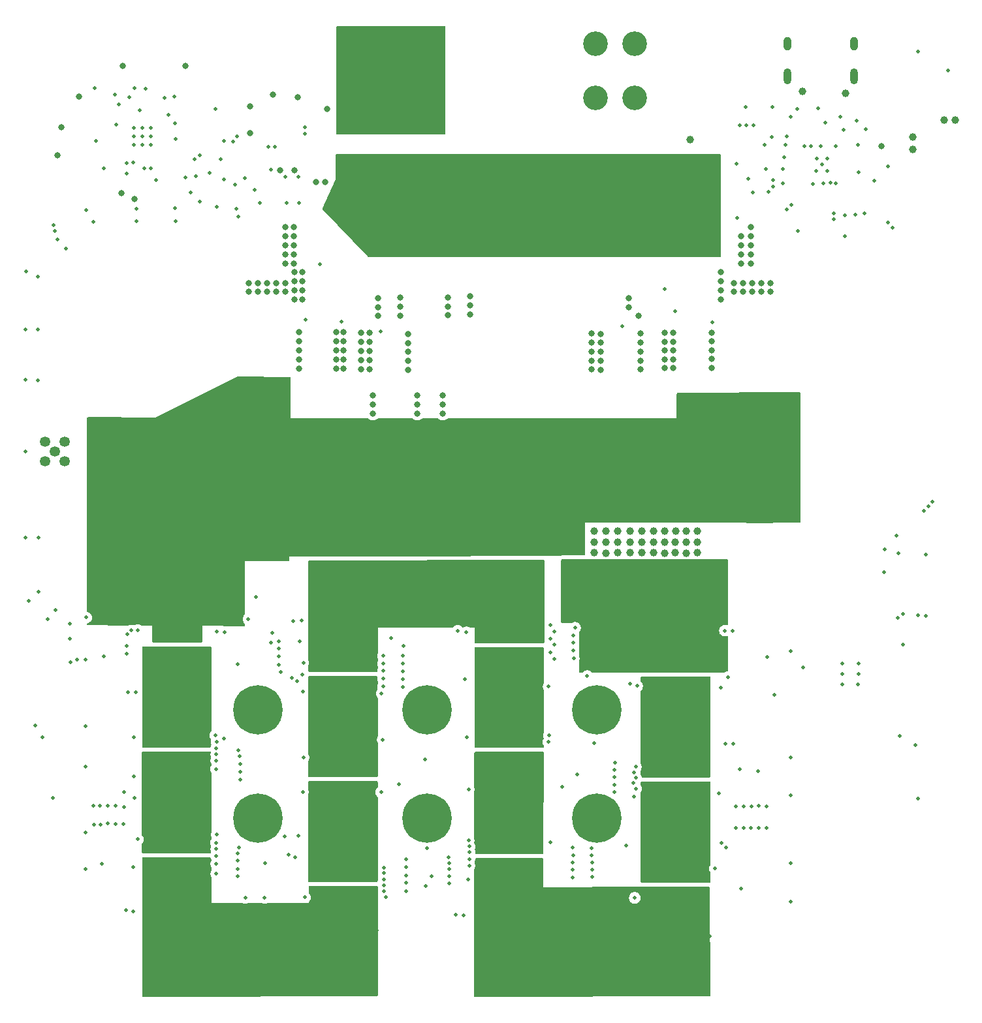
<source format=gbr>
%TF.GenerationSoftware,KiCad,Pcbnew,9.0.0*%
%TF.CreationDate,2025-03-15T22:01:35-04:00*%
%TF.ProjectId,emberone,656d6265-726f-46e6-952e-6b696361645f,rev?*%
%TF.SameCoordinates,Original*%
%TF.FileFunction,Copper,L5,Inr*%
%TF.FilePolarity,Positive*%
%FSLAX46Y46*%
G04 Gerber Fmt 4.6, Leading zero omitted, Abs format (unit mm)*
G04 Created by KiCad (PCBNEW 9.0.0) date 2025-03-15 22:01:35*
%MOMM*%
%LPD*%
G01*
G04 APERTURE LIST*
%TA.AperFunction,ComponentPad*%
%ADD10C,0.540000*%
%TD*%
%TA.AperFunction,HeatsinkPad*%
%ADD11C,0.540000*%
%TD*%
%TA.AperFunction,ComponentPad*%
%ADD12C,1.348000*%
%TD*%
%TA.AperFunction,ComponentPad*%
%ADD13C,6.400000*%
%TD*%
%TA.AperFunction,ComponentPad*%
%ADD14C,3.200000*%
%TD*%
%TA.AperFunction,ComponentPad*%
%ADD15O,1.000000X2.100000*%
%TD*%
%TA.AperFunction,ComponentPad*%
%ADD16O,1.000000X1.800000*%
%TD*%
%TA.AperFunction,ViaPad*%
%ADD17C,0.800000*%
%TD*%
%TA.AperFunction,ViaPad*%
%ADD18C,0.500000*%
%TD*%
%TA.AperFunction,ViaPad*%
%ADD19C,1.000000*%
%TD*%
G04 APERTURE END LIST*
D10*
%TO.N,/stack5/GND1*%
%TO.C,U55*%
X162235712Y-174725000D03*
X162230000Y-172755000D03*
X161130000Y-171735000D03*
X161122856Y-174725000D03*
X161117144Y-172755000D03*
X161100000Y-175765000D03*
X161100000Y-173805000D03*
X159945712Y-174725000D03*
X159940000Y-172755000D03*
X158900000Y-172775000D03*
X158890000Y-171745000D03*
D11*
X158880000Y-175765000D03*
D10*
X158880000Y-173825000D03*
X158878572Y-174725000D03*
X157685712Y-174725000D03*
X157680000Y-172755000D03*
%TD*%
%TO.N,/stack4/GND1*%
%TO.C,U46*%
X136214288Y-174925000D03*
X136220000Y-176895000D03*
X137320000Y-177915000D03*
X137327144Y-174925000D03*
X137332856Y-176895000D03*
X137350000Y-173885000D03*
X137350000Y-175845000D03*
X138504288Y-174925000D03*
X138510000Y-176895000D03*
X139550000Y-176875000D03*
X139560000Y-177905000D03*
D11*
X139570000Y-173885000D03*
D10*
X139570000Y-175825000D03*
X139571428Y-174925000D03*
X140764288Y-174925000D03*
X140770000Y-176895000D03*
%TD*%
%TO.N,/stack6/GND1*%
%TO.C,U64*%
X179254288Y-174945000D03*
X179260000Y-176915000D03*
X180360000Y-177935000D03*
X180367144Y-174945000D03*
X180372856Y-176915000D03*
X180390000Y-173905000D03*
X180390000Y-175865000D03*
X181544288Y-174945000D03*
X181550000Y-176915000D03*
X182590000Y-176895000D03*
X182600000Y-177925000D03*
D11*
X182610000Y-173905000D03*
D10*
X182610000Y-175845000D03*
X182611428Y-174945000D03*
X183804288Y-174945000D03*
X183810000Y-176915000D03*
%TD*%
%TO.N,/stack7/GND1*%
%TO.C,U73*%
X205295712Y-174815000D03*
X205290000Y-172845000D03*
X204190000Y-171825000D03*
X204182856Y-174815000D03*
X204177144Y-172845000D03*
X204160000Y-175855000D03*
X204160000Y-173895000D03*
X203005712Y-174815000D03*
X203000000Y-172845000D03*
X201960000Y-172865000D03*
X201950000Y-171835000D03*
D11*
X201940000Y-175855000D03*
D10*
X201940000Y-173915000D03*
X201938572Y-174815000D03*
X200745712Y-174815000D03*
X200740000Y-172845000D03*
%TD*%
%TO.N,/stack6/GND2*%
%TO.C,U65*%
X179254288Y-188635000D03*
X179260000Y-190605000D03*
X180360000Y-191625000D03*
X180367144Y-188635000D03*
X180372856Y-190605000D03*
X180390000Y-187595000D03*
X180390000Y-189555000D03*
X181544288Y-188635000D03*
X181550000Y-190605000D03*
X182590000Y-190585000D03*
X182600000Y-191615000D03*
D11*
X182610000Y-187595000D03*
D10*
X182610000Y-189535000D03*
X182611428Y-188635000D03*
X183804288Y-188635000D03*
X183810000Y-190605000D03*
%TD*%
%TO.N,/stack4/GND2*%
%TO.C,U47*%
X136214288Y-188605000D03*
X136220000Y-190575000D03*
X137320000Y-191595000D03*
X137327144Y-188605000D03*
X137332856Y-190575000D03*
X137350000Y-187565000D03*
X137350000Y-189525000D03*
X138504288Y-188605000D03*
X138510000Y-190575000D03*
X139550000Y-190555000D03*
X139560000Y-191585000D03*
D11*
X139570000Y-187565000D03*
D10*
X139570000Y-189505000D03*
X139571428Y-188605000D03*
X140764288Y-188605000D03*
X140770000Y-190575000D03*
%TD*%
%TO.N,GND*%
%TO.C,U74*%
X205295712Y-161135000D03*
X205290000Y-159165000D03*
X204190000Y-158145000D03*
X204182856Y-161135000D03*
X204177144Y-159165000D03*
X204160000Y-162175000D03*
X204160000Y-160215000D03*
X203005712Y-161135000D03*
X203000000Y-159165000D03*
X201960000Y-159185000D03*
X201950000Y-158155000D03*
D11*
X201940000Y-162175000D03*
D10*
X201940000Y-160235000D03*
X201938572Y-161135000D03*
X200745712Y-161135000D03*
X200740000Y-159165000D03*
%TD*%
%TO.N,/stack5/GND0*%
%TO.C,U54*%
X162235712Y-188395000D03*
X162230000Y-186425000D03*
X161130000Y-185405000D03*
X161122856Y-188395000D03*
X161117144Y-186425000D03*
X161100000Y-189435000D03*
X161100000Y-187475000D03*
X159945712Y-188395000D03*
X159940000Y-186425000D03*
X158900000Y-186445000D03*
X158890000Y-185415000D03*
D11*
X158880000Y-189435000D03*
D10*
X158880000Y-187495000D03*
X158878572Y-188395000D03*
X157685712Y-188395000D03*
X157680000Y-186425000D03*
%TD*%
%TO.N,/stack4/GND0*%
%TO.C,U45*%
X136214288Y-161235000D03*
X136220000Y-163205000D03*
X137320000Y-164225000D03*
X137327144Y-161235000D03*
X137332856Y-163205000D03*
X137350000Y-160195000D03*
X137350000Y-162155000D03*
X138504288Y-161235000D03*
X138510000Y-163205000D03*
X139550000Y-163185000D03*
X139560000Y-164215000D03*
D11*
X139570000Y-160195000D03*
D10*
X139570000Y-162135000D03*
X139571428Y-161235000D03*
X140764288Y-161235000D03*
X140770000Y-163205000D03*
%TD*%
%TO.N,/stack7/GND0*%
%TO.C,U72*%
X205295712Y-188505000D03*
X205290000Y-186535000D03*
X204190000Y-185515000D03*
X204182856Y-188505000D03*
X204177144Y-186535000D03*
X204160000Y-189545000D03*
X204160000Y-187585000D03*
X203005712Y-188505000D03*
X203000000Y-186535000D03*
X201960000Y-186555000D03*
X201950000Y-185525000D03*
D11*
X201940000Y-189545000D03*
D10*
X201940000Y-187605000D03*
X201938572Y-188505000D03*
X200745712Y-188505000D03*
X200740000Y-186535000D03*
%TD*%
%TO.N,/stack6/GND0*%
%TO.C,U63*%
X179254288Y-161265000D03*
X179260000Y-163235000D03*
X180360000Y-164255000D03*
X180367144Y-161265000D03*
X180372856Y-163235000D03*
X180390000Y-160225000D03*
X180390000Y-162185000D03*
X181544288Y-161265000D03*
X181550000Y-163235000D03*
X182590000Y-163215000D03*
X182600000Y-164245000D03*
D11*
X182610000Y-160225000D03*
D10*
X182610000Y-162165000D03*
X182611428Y-161265000D03*
X183804288Y-161265000D03*
X183810000Y-163235000D03*
%TD*%
%TO.N,/stack5/GND2*%
%TO.C,U56*%
X162255712Y-161045000D03*
X162250000Y-159075000D03*
X161150000Y-158055000D03*
X161142856Y-161045000D03*
X161137144Y-159075000D03*
X161120000Y-162085000D03*
X161120000Y-160125000D03*
X159965712Y-161045000D03*
X159960000Y-159075000D03*
X158920000Y-159095000D03*
X158910000Y-158065000D03*
D11*
X158900000Y-162085000D03*
D10*
X158900000Y-160145000D03*
X158898572Y-161045000D03*
X157705712Y-161045000D03*
X157700000Y-159075000D03*
%TD*%
D12*
%TO.N,/3V6*%
%TO.C,J19*%
X122620000Y-134240000D03*
%TO.N,GND*%
X121350000Y-135510000D03*
X123890000Y-135510000D03*
X121350000Y-132970000D03*
X123890000Y-132970000D03*
%TD*%
D13*
%TO.N,unconnected-(H6-Pad1)*%
%TO.C,H6*%
X192930000Y-181770000D03*
%TD*%
%TO.N,unconnected-(H8-Pad1)*%
%TO.C,H8*%
X170930000Y-181770000D03*
%TD*%
D14*
%TO.N,/Power/VIN*%
%TO.C,J1*%
X164295549Y-81250000D03*
X164295549Y-88250000D03*
X169295549Y-81250000D03*
X169295549Y-88250000D03*
%TD*%
D13*
%TO.N,unconnected-(H5-Pad1)*%
%TO.C,H5*%
X192930000Y-167770000D03*
%TD*%
D15*
%TO.N,GND*%
%TO.C,J6*%
X226268700Y-85495000D03*
D16*
X226268700Y-81315000D03*
D15*
X217628700Y-85495000D03*
D16*
X217628700Y-81315000D03*
%TD*%
D13*
%TO.N,unconnected-(H10-Pad1)*%
%TO.C,H10*%
X148930000Y-181770000D03*
%TD*%
%TO.N,unconnected-(H7-Pad1)*%
%TO.C,H7*%
X170930000Y-167770000D03*
%TD*%
D14*
%TO.N,GND*%
%TO.C,J2*%
X192774249Y-81300000D03*
X192774249Y-88300000D03*
X197774249Y-81300000D03*
X197774249Y-88300000D03*
%TD*%
D13*
%TO.N,unconnected-(H9-Pad1)*%
%TO.C,H9*%
X148930000Y-167770000D03*
%TD*%
D17*
%TO.N,GND*%
X125800000Y-88150000D03*
D18*
%TO.N,Net-(U27-GPIO1)*%
X238442649Y-84808600D03*
D19*
%TO.N,/3V6*%
X149440000Y-132190000D03*
X147890000Y-132180000D03*
X150960000Y-132170000D03*
X149440000Y-133560000D03*
X152580000Y-130760000D03*
X149440000Y-134920000D03*
X149470000Y-130780000D03*
X152550000Y-134900000D03*
X150990000Y-130760000D03*
X150960000Y-134900000D03*
X147920000Y-130770000D03*
X147890000Y-133550000D03*
X147890000Y-134910000D03*
X152550000Y-133540000D03*
X152550000Y-132170000D03*
X150960000Y-133540000D03*
D18*
%TO.N,GND*%
X231800000Y-145150000D03*
X230200000Y-146900000D03*
%TO.N,/3V3*%
X232000000Y-147400000D03*
%TO.N,/stack7/RST_N*%
X226800000Y-164400000D03*
%TO.N,Net-(U74-NRSTI)*%
X224750000Y-164400000D03*
%TO.N,/stack7/RO*%
X226850000Y-163100000D03*
%TO.N,Net-(U74-RO)*%
X224750000Y-163100000D03*
%TO.N,/stack7/CI*%
X226850000Y-161750000D03*
%TO.N,Net-(U74-CI)*%
X224750000Y-161750000D03*
D19*
%TO.N,/Power/VIN_M*%
X159200000Y-100800000D03*
X159220000Y-102290000D03*
D18*
%TO.N,GND*%
X154300000Y-101950000D03*
%TO.N,Net-(U1-CSG2)*%
X152650000Y-101950000D03*
%TO.N,/Power/LOOP2*%
X154250000Y-98600000D03*
%TO.N,Net-(U1-CS2)*%
X134400000Y-87140000D03*
X152550000Y-98600000D03*
%TO.N,Net-(U1-CSG2)*%
X133650000Y-89950000D03*
%TO.N,/Power/VIN_M*%
X146200000Y-102700000D03*
%TO.N,/Power/LOOP1*%
X149200000Y-101950000D03*
%TO.N,Net-(U1-CS1)*%
X145970000Y-99550835D03*
X135058909Y-97491091D03*
%TO.N,GND*%
X146430000Y-103700000D03*
%TO.N,Net-(U1-CSG1)*%
X143650000Y-102500000D03*
X134250000Y-97460000D03*
%TO.N,GND*%
X121700000Y-156000000D03*
X122750000Y-154750000D03*
X118800000Y-134200000D03*
D19*
%TO.N,/Power/VIN_M*%
X162170000Y-103740000D03*
X163720000Y-103740000D03*
X165270000Y-103730000D03*
X166820000Y-103730000D03*
X168370000Y-103730000D03*
X169920000Y-103730000D03*
X165227631Y-96550000D03*
X162086051Y-96550000D03*
X163656841Y-96550000D03*
X163660841Y-97920000D03*
X162096051Y-97920000D03*
X160660000Y-99320000D03*
X162140000Y-99280000D03*
X160670000Y-100810000D03*
X160690000Y-102300000D03*
D17*
%TO.N,GND*%
X151860000Y-97710000D03*
D18*
%TO.N,/Data/SCL*%
X155094000Y-92162183D03*
%TO.N,/Data/SDA*%
X155094000Y-92940000D03*
D17*
%TO.N,/3V3*%
X153730000Y-97700000D03*
D18*
%TO.N,GND*%
X118800000Y-145400000D03*
X120500000Y-145390000D03*
X118800000Y-118420000D03*
X120400000Y-118410000D03*
X123000000Y-106670000D03*
X124100000Y-107900000D03*
X133250000Y-102700000D03*
X133250000Y-104350000D03*
X144550000Y-98950000D03*
X142721041Y-98046399D03*
X124600000Y-156600000D03*
X124600000Y-158500000D03*
X119210000Y-153600000D03*
X120500000Y-152400000D03*
X118820000Y-124940000D03*
X120420000Y-124950000D03*
X118910000Y-110820000D03*
X120440000Y-111560000D03*
X126700000Y-102900000D03*
X127600000Y-104400000D03*
X138300000Y-104350000D03*
X138200000Y-102600000D03*
X140200000Y-100600000D03*
X141450000Y-101750000D03*
%TO.N,/stack7/GND1*%
X198993333Y-166800000D03*
X199990000Y-166780000D03*
X200986666Y-166780000D03*
X201983333Y-166780000D03*
X202980000Y-166780000D03*
X203976666Y-166780000D03*
X204973333Y-166780000D03*
%TO.N,/stack6/GND1*%
X177300000Y-182100000D03*
X178316667Y-182090000D03*
X179333333Y-182090000D03*
X180350000Y-182090000D03*
X181366667Y-182090000D03*
X182383333Y-182090000D03*
X183400000Y-182090000D03*
%TO.N,/stack5/GND2*%
X177323333Y-154760000D03*
X178451666Y-154760000D03*
X179580000Y-154760000D03*
X180708333Y-154760000D03*
X181836667Y-154760000D03*
X182965000Y-154760000D03*
D17*
%TO.N,GND*%
X163420000Y-122337500D03*
D19*
X200270000Y-145960000D03*
D17*
X162300000Y-119982500D03*
X198600000Y-120052500D03*
D19*
X205920000Y-147360000D03*
D17*
X163870000Y-128107500D03*
D18*
X230640000Y-97240000D03*
D17*
X163420000Y-118805000D03*
D18*
X132913949Y-93291049D03*
X135050000Y-92220000D03*
D17*
X173630000Y-114205000D03*
D18*
X221400807Y-96170000D03*
D17*
X163870000Y-126930000D03*
D19*
X201690000Y-144550000D03*
D17*
X154150000Y-88260000D03*
X176510000Y-114095000D03*
X164560000Y-115462500D03*
D19*
X201680000Y-147380000D03*
D17*
X168460000Y-123650000D03*
D18*
X215570807Y-93370000D03*
D19*
X194095000Y-144555000D03*
D17*
X157951600Y-89788400D03*
X169650000Y-126930000D03*
D18*
X222820807Y-96170000D03*
D17*
X162300000Y-121160000D03*
D18*
X132910000Y-94430000D03*
D17*
X167460000Y-115422500D03*
D18*
X140726200Y-96300000D03*
D19*
X204510000Y-147380000D03*
D18*
X164900000Y-118620000D03*
X198140000Y-164650000D03*
D17*
X168460000Y-121295000D03*
X162300000Y-123515000D03*
D18*
X132910000Y-92220000D03*
X122405000Y-179190000D03*
X235550000Y-147550000D03*
D17*
X157711600Y-99268400D03*
X192220000Y-123585000D03*
X229823700Y-94620000D03*
D18*
X135053949Y-93291049D03*
D17*
X131225000Y-100725000D03*
D19*
X195605000Y-147365000D03*
D17*
X192220000Y-120052500D03*
X163420000Y-123515000D03*
D18*
X214680807Y-94405000D03*
X143490000Y-89770000D03*
D17*
X172950000Y-129285000D03*
D18*
X234220000Y-172300000D03*
D17*
X192220000Y-122407500D03*
X163420000Y-119982500D03*
X193420000Y-120112500D03*
D18*
X226640000Y-91325000D03*
D17*
X132980000Y-101440000D03*
D19*
X205920000Y-145970000D03*
X203100000Y-147350000D03*
D18*
X223670807Y-104100000D03*
X220915382Y-99500000D03*
D17*
X123450000Y-92130000D03*
X164560000Y-114285000D03*
D18*
X226450807Y-103480000D03*
D19*
X203110000Y-144520000D03*
D17*
X123010000Y-95810000D03*
X172950000Y-126930000D03*
X198600000Y-118875000D03*
D18*
X222120807Y-96997500D03*
X231941360Y-155816335D03*
D19*
X198725000Y-144525000D03*
X200280000Y-144520000D03*
D18*
X225100807Y-106260000D03*
D19*
X194085000Y-145995000D03*
D18*
X221390807Y-97840000D03*
D17*
X192220000Y-118875000D03*
D19*
X204520000Y-144550000D03*
D17*
X162300000Y-122337500D03*
D18*
X134010000Y-92210000D03*
D17*
X193420000Y-122467500D03*
D19*
X192545000Y-144545000D03*
D18*
X219020807Y-105560000D03*
D17*
X169650000Y-129285000D03*
D18*
X135050000Y-94430000D03*
D17*
X173630000Y-116560000D03*
X169650000Y-128107500D03*
X198600000Y-121230000D03*
D18*
X134013949Y-93281049D03*
X218870000Y-89770000D03*
X234518700Y-82280000D03*
D17*
X168460000Y-122472500D03*
X168460000Y-118940000D03*
D19*
X201680000Y-145990000D03*
D17*
X192220000Y-121230000D03*
D18*
X222810807Y-97840000D03*
D17*
X193420000Y-123645000D03*
D19*
X200270000Y-147350000D03*
D18*
X228890000Y-99050000D03*
D17*
X176510000Y-116450000D03*
X167460000Y-114245000D03*
D19*
X204510000Y-145990000D03*
X205930000Y-144530000D03*
D17*
X197020000Y-115480000D03*
X163870000Y-129285000D03*
D18*
X227780000Y-92400000D03*
D17*
X197020000Y-114302500D03*
D19*
X198715000Y-145965000D03*
X192535000Y-147375000D03*
D17*
X168460000Y-120117500D03*
D18*
X234564000Y-179264000D03*
D17*
X147980000Y-92930000D03*
X198330000Y-116580000D03*
X176510000Y-115272500D03*
X193420000Y-121290000D03*
D18*
X121060000Y-171340000D03*
D19*
X197195000Y-147365000D03*
D18*
X225100807Y-103530000D03*
X150680000Y-97660000D03*
X134010000Y-94420000D03*
D19*
X192535000Y-145985000D03*
D18*
X234600000Y-155500000D03*
D19*
X197205000Y-144535000D03*
X194085000Y-147385000D03*
D18*
X196220000Y-117990000D03*
D17*
X198600000Y-123585000D03*
D19*
X197195000Y-145975000D03*
D17*
X198600000Y-122407500D03*
D19*
X203100000Y-145960000D03*
D18*
X209030000Y-164830000D03*
D17*
X164560000Y-116640000D03*
D19*
X195615000Y-144535000D03*
D17*
X163420000Y-121160000D03*
D19*
X237938700Y-91180000D03*
D17*
X139580000Y-84210000D03*
D18*
X139540000Y-98625000D03*
X214870000Y-97560000D03*
D19*
X198715000Y-147355000D03*
D17*
X162300000Y-118805000D03*
D19*
X239343700Y-91185000D03*
D17*
X131400000Y-84190000D03*
X172950000Y-128107500D03*
X193420000Y-118935000D03*
D18*
X215700000Y-89470000D03*
D17*
X167460000Y-116600000D03*
D19*
X195605000Y-145975000D03*
D17*
X173630000Y-115382500D03*
D19*
%TO.N,/Power/VIN_M*%
X168388000Y-99280000D03*
X202420000Y-103560000D03*
X208220000Y-102260000D03*
X199450000Y-99690000D03*
X169930000Y-102290000D03*
X202410000Y-100960000D03*
X205350000Y-103530000D03*
X205340000Y-100930000D03*
X169950000Y-99280000D03*
X202420000Y-104930000D03*
X198050000Y-100950000D03*
D18*
X161060000Y-95990000D03*
D19*
X165274000Y-102290000D03*
X200950000Y-102280000D03*
X206810000Y-103570000D03*
X169910000Y-100800000D03*
X206770000Y-99700000D03*
X199490000Y-102260000D03*
X166826000Y-102290000D03*
X166808000Y-105130000D03*
X162170000Y-102300000D03*
X198020000Y-99680000D03*
X162150000Y-100800000D03*
X203820000Y-100950000D03*
X165264000Y-99280000D03*
X198060000Y-103550000D03*
X168355210Y-97920000D03*
X199490000Y-103560000D03*
D18*
X127968951Y-93950000D03*
D19*
X200940000Y-100980000D03*
X203790000Y-99680000D03*
X169920000Y-97920000D03*
X169940000Y-96550000D03*
X165225631Y-97920000D03*
X205310000Y-99660000D03*
X168354000Y-105130000D03*
X163763949Y-106473949D03*
X166826000Y-99280000D03*
X162170000Y-105103949D03*
X208220000Y-103560000D03*
X165262000Y-105130000D03*
X168378000Y-102290000D03*
X206810000Y-102270000D03*
X208180000Y-98320000D03*
X199450000Y-98320000D03*
X208210000Y-100960000D03*
X208180000Y-99690000D03*
D18*
X159480000Y-95990000D03*
D19*
X203830000Y-102250000D03*
X199490000Y-104930000D03*
X206800000Y-100970000D03*
X198060000Y-102250000D03*
X166798420Y-96550000D03*
X166790420Y-97920000D03*
X205310000Y-98290000D03*
X168358000Y-100800000D03*
X206770000Y-98330000D03*
X200950000Y-104950000D03*
X163722000Y-102300000D03*
X163716000Y-105103949D03*
X166806000Y-100800000D03*
X200910000Y-98340000D03*
X202380000Y-98320000D03*
X199480000Y-100960000D03*
X169900000Y-105130000D03*
X200910000Y-99710000D03*
X203790000Y-98310000D03*
X163702000Y-99280000D03*
X200950000Y-103580000D03*
D18*
X160270000Y-95990000D03*
D19*
X168369210Y-96550000D03*
X203830000Y-103550000D03*
X160750000Y-103750000D03*
X205350000Y-102230000D03*
X198020000Y-98310000D03*
X163702000Y-100800000D03*
X202380000Y-99690000D03*
X165254000Y-100800000D03*
X198060000Y-104920000D03*
X202420000Y-102260000D03*
D18*
%TO.N,Net-(D1-A)*%
X137370000Y-90530000D03*
X131960000Y-96750000D03*
%TO.N,Net-(U1-COMP1)*%
X138240000Y-91660000D03*
X138280000Y-93630000D03*
%TO.N,Net-(D2-A)*%
X136880000Y-88310000D03*
X130400000Y-87860000D03*
X132320000Y-88248792D03*
D19*
%TO.N,/3V6*%
X131235000Y-141275000D03*
X215293700Y-135720000D03*
X132825000Y-139905000D03*
X132825000Y-141275000D03*
D18*
X138720000Y-155620000D03*
D19*
X138720000Y-145450000D03*
X218340000Y-138730000D03*
D17*
X176690000Y-135180000D03*
D19*
X128165000Y-142645000D03*
X134335000Y-145455000D03*
X212260000Y-135710000D03*
X128165000Y-141285000D03*
D18*
X137785000Y-154810000D03*
D17*
X176690000Y-133605000D03*
D19*
X135900000Y-139890000D03*
X140140000Y-141290000D03*
X168800000Y-133310000D03*
X213800000Y-142140000D03*
X215293700Y-137310000D03*
X210776300Y-138880000D03*
X132815000Y-145465000D03*
X216846558Y-134030000D03*
X215293700Y-134200000D03*
X128195000Y-138505000D03*
X212256300Y-140500000D03*
X209320000Y-134190000D03*
X164535000Y-133310000D03*
X140140000Y-142650000D03*
X216846558Y-137170000D03*
D17*
X176690000Y-132015000D03*
D19*
X167410000Y-133310000D03*
X140170000Y-138510000D03*
D18*
X136830000Y-155620000D03*
D19*
X213813700Y-134200000D03*
X218330000Y-141980000D03*
X213813700Y-131010000D03*
X137310000Y-142650000D03*
X164535000Y-134900000D03*
X213813700Y-135720000D03*
X141540000Y-145460000D03*
X215290000Y-138890000D03*
X216846558Y-135450000D03*
X134345000Y-139895000D03*
X137340000Y-138510000D03*
D18*
X139675000Y-154810000D03*
D19*
X134345000Y-141265000D03*
D18*
X140620000Y-154810000D03*
D19*
X135890000Y-146840000D03*
X210780000Y-135710000D03*
X134345000Y-142625000D03*
X209320000Y-131000000D03*
X131225000Y-145465000D03*
X165925000Y-133310000D03*
X138720000Y-146840000D03*
X216842858Y-138750000D03*
X218340000Y-140350000D03*
X140130000Y-145480000D03*
X216832858Y-142000000D03*
X137300000Y-145480000D03*
X138730000Y-141260000D03*
X212260000Y-131000000D03*
X213813700Y-137310000D03*
X128155000Y-146865000D03*
X210780000Y-132590000D03*
X213810000Y-138890000D03*
X134375000Y-138485000D03*
X131235000Y-142635000D03*
D18*
X134940000Y-155630000D03*
D19*
X131265000Y-138495000D03*
X135930000Y-138480000D03*
X141540000Y-146850000D03*
X167410000Y-136500000D03*
D18*
X137775000Y-155620000D03*
D19*
X218343700Y-137150000D03*
X135900000Y-142620000D03*
X132825000Y-142635000D03*
X209320000Y-135710000D03*
X140140000Y-139920000D03*
X140130000Y-146870000D03*
D18*
X135895000Y-154810000D03*
X135885000Y-155620000D03*
D19*
X216842858Y-140370000D03*
X215293700Y-132600000D03*
X164535000Y-136500000D03*
X215290000Y-140510000D03*
D18*
X138730000Y-154810000D03*
D19*
X216846558Y-132440000D03*
D18*
X136840000Y-154810000D03*
D19*
X132815000Y-146855000D03*
X137310000Y-139920000D03*
X141550000Y-142630000D03*
X128165000Y-144035000D03*
X210780000Y-134190000D03*
X141550000Y-144020000D03*
X141550000Y-141270000D03*
X137310000Y-144040000D03*
X129715000Y-144045000D03*
X135890000Y-145450000D03*
X131225000Y-146855000D03*
X209320000Y-137300000D03*
X168800000Y-134900000D03*
X129705000Y-146875000D03*
X218286558Y-130900000D03*
X210780000Y-137300000D03*
X138730000Y-142620000D03*
X167410000Y-134900000D03*
X134345000Y-144015000D03*
X138760000Y-138480000D03*
X128155000Y-145475000D03*
X129745000Y-138515000D03*
X216846558Y-130920000D03*
X137310000Y-141290000D03*
X134335000Y-146845000D03*
X138730000Y-139890000D03*
X218343700Y-135430000D03*
X140140000Y-144040000D03*
X209320000Y-132590000D03*
X129715000Y-142655000D03*
D18*
X142400000Y-153030000D03*
D19*
X212260000Y-137300000D03*
X141580000Y-138490000D03*
X218286558Y-132420000D03*
X212260000Y-134190000D03*
X215280000Y-142140000D03*
X129705000Y-145485000D03*
X132855000Y-138495000D03*
X212260000Y-132590000D03*
X165925000Y-136500000D03*
X210780000Y-131000000D03*
X135900000Y-144010000D03*
X215293700Y-131010000D03*
D18*
X134950000Y-154810000D03*
X140610000Y-155620000D03*
D19*
X213813700Y-132600000D03*
X129715000Y-141295000D03*
X165925000Y-134900000D03*
D18*
X139665000Y-155620000D03*
D19*
X168800000Y-136500000D03*
X213810000Y-140510000D03*
X131235000Y-144025000D03*
X218286558Y-134010000D03*
X137300000Y-146870000D03*
X138730000Y-144010000D03*
X131235000Y-139905000D03*
X132825000Y-144025000D03*
X212256300Y-138880000D03*
X135900000Y-141260000D03*
X128165000Y-139915000D03*
X141550000Y-139900000D03*
X129715000Y-139925000D03*
D18*
%TO.N,/Power/VIN*%
X162100000Y-92080000D03*
X159500000Y-89280000D03*
X163730000Y-91170000D03*
X162920000Y-92070000D03*
X161280000Y-92070000D03*
X160383333Y-89290000D03*
X162910000Y-91160000D03*
X161270000Y-91160000D03*
X162090000Y-91170000D03*
X163740000Y-92080000D03*
X162130000Y-90210000D03*
X160363333Y-90200000D03*
X162150000Y-89300000D03*
X159480000Y-90190000D03*
X161246667Y-90220000D03*
X161266667Y-89310000D03*
%TO.N,Net-(Q1-G)*%
X144102469Y-96254200D03*
X157040000Y-109910000D03*
%TO.N,Net-(Q2-G)*%
X159800000Y-117390000D03*
X148570000Y-100290000D03*
%TO.N,Net-(Q3-G)*%
X146210000Y-93290000D03*
X211140000Y-103930000D03*
%TO.N,Net-(Q4-G)*%
X207858700Y-117450000D03*
X144600000Y-93950000D03*
%TO.N,/3V3*%
X213100000Y-100560000D03*
X227650807Y-103350000D03*
X223640807Y-103330000D03*
X222560807Y-91580000D03*
D17*
X147980000Y-89450000D03*
D19*
X233898700Y-94980000D03*
D18*
X218030807Y-90795000D03*
X224920807Y-92475000D03*
X232200000Y-171100000D03*
D17*
X156461600Y-99268400D03*
D18*
X226790807Y-94405000D03*
D19*
X233898700Y-93380000D03*
D18*
X226880807Y-98005000D03*
X120100000Y-169750000D03*
D17*
X150928949Y-87930000D03*
D18*
X212200000Y-89510000D03*
X217350807Y-94390000D03*
X217020807Y-97560000D03*
%TO.N,/Data/1V1*%
X221910807Y-94615000D03*
X222270807Y-99385000D03*
X223850807Y-94615000D03*
%TO.N,/stack4/GND0*%
X137243333Y-168470000D03*
X139076667Y-169270000D03*
X139090000Y-168470000D03*
X138153333Y-169270000D03*
X140013333Y-168470000D03*
X136306667Y-169270000D03*
X133360000Y-157380000D03*
X136320000Y-168470000D03*
X138166666Y-168470000D03*
X135383333Y-169270000D03*
X134460000Y-169270000D03*
X134473333Y-168470000D03*
X143630000Y-157610000D03*
X135396666Y-168470000D03*
X140000000Y-169270000D03*
X137230000Y-169270000D03*
%TO.N,/stack4/GND1*%
X134300000Y-182980000D03*
X135340000Y-182980000D03*
X139513333Y-182170000D03*
X140540000Y-182980000D03*
X135353333Y-182170000D03*
X137433333Y-182170000D03*
X139500000Y-182980000D03*
X138473333Y-182170000D03*
X136380000Y-182980000D03*
X137420000Y-182980000D03*
X136393333Y-182170000D03*
X140553333Y-182170000D03*
X132890000Y-171260000D03*
X143440000Y-171040000D03*
X134313333Y-182170000D03*
X138460000Y-182980000D03*
%TO.N,/stack4/GND2*%
X156720000Y-194960000D03*
X159545000Y-194960000D03*
X157655000Y-194100000D03*
X160486667Y-194960000D03*
X164338000Y-196342000D03*
X158603333Y-194960000D03*
X160480000Y-194100000D03*
X161428333Y-194960000D03*
X159538333Y-194100000D03*
X158596666Y-194100000D03*
X162370000Y-194950000D03*
X143620000Y-183930000D03*
X133380000Y-184540000D03*
X156713333Y-194100000D03*
X161421666Y-194100000D03*
X162363333Y-194090000D03*
X157661667Y-194960000D03*
%TO.N,/stack4/1V2-0*%
X133120000Y-165470000D03*
D17*
%TO.N,/Power/SW1*%
X152550000Y-105080000D03*
X153620000Y-109825000D03*
X148967500Y-113450000D03*
X148962500Y-112380000D03*
X153680000Y-112120000D03*
X151337500Y-112380000D03*
X153680000Y-110932500D03*
X150150000Y-112380000D03*
X152525000Y-112380000D03*
X153620000Y-108637500D03*
X153620000Y-105075000D03*
X152550000Y-109830000D03*
X153680000Y-114495000D03*
X150155000Y-113450000D03*
X153680000Y-113307500D03*
D18*
X131940000Y-98140000D03*
D17*
X152550000Y-106267500D03*
X147775000Y-112380000D03*
X153620000Y-106262500D03*
X151342500Y-113450000D03*
X154750000Y-114490000D03*
D18*
X140913909Y-98486091D03*
D17*
X152550000Y-107455000D03*
X152550000Y-108642500D03*
D18*
X135730121Y-98950900D03*
D17*
X153620000Y-107450000D03*
X154750000Y-110927500D03*
X154750000Y-112115000D03*
X154750000Y-113302500D03*
X147780000Y-113450000D03*
X152530000Y-113450000D03*
%TO.N,/Power/SW2*%
X209000000Y-112090000D03*
X212870000Y-109800000D03*
D18*
X201698700Y-113100000D03*
D17*
X211650000Y-107435000D03*
X214222500Y-113470000D03*
X209000000Y-110902500D03*
X215410000Y-113470000D03*
X215405000Y-112400000D03*
X213035000Y-113470000D03*
X213030000Y-112400000D03*
X214217500Y-112400000D03*
X209000000Y-113277500D03*
X212870000Y-105050000D03*
X212870000Y-108612500D03*
X209000000Y-114465000D03*
D18*
X130930000Y-89160000D03*
D17*
X212870000Y-106237500D03*
X211650000Y-109810000D03*
X211650000Y-106247500D03*
X211650000Y-108622500D03*
X211847500Y-113470000D03*
X212870000Y-107425000D03*
X210660000Y-113470000D03*
X210655000Y-112400000D03*
X211842500Y-112400000D03*
%TO.N,/Power/LOOP1*%
X154260000Y-122252500D03*
X159120000Y-123460000D03*
X159120000Y-122282500D03*
X154260000Y-119897500D03*
X160050000Y-123450000D03*
X160050000Y-119917500D03*
X160050000Y-118740000D03*
X160050000Y-121095000D03*
X154260000Y-121075000D03*
X154260000Y-118720000D03*
X159120000Y-121105000D03*
D18*
X155150000Y-117110000D03*
D17*
X154260000Y-123430000D03*
X159120000Y-119927500D03*
X159120000Y-118750000D03*
X160050000Y-122272500D03*
%TO.N,/Power/LOOP2*%
X202770000Y-119962500D03*
D18*
X203028700Y-115973132D03*
D17*
X207810000Y-123360000D03*
X207810000Y-122217500D03*
X201710000Y-119952500D03*
X207810000Y-119932500D03*
X207810000Y-121075000D03*
X201710000Y-118810000D03*
X202770000Y-118820000D03*
X201710000Y-121095000D03*
X202770000Y-123390000D03*
X202770000Y-121105000D03*
X207810000Y-118790000D03*
X201710000Y-123380000D03*
X201710000Y-122237500D03*
X202770000Y-122247500D03*
D18*
%TO.N,/stack4/1V2-1*%
X132950000Y-179160000D03*
%TO.N,/stack4/1V2-2*%
X132790000Y-193870000D03*
%TO.N,/stack4/0V8-0*%
X132130000Y-165420000D03*
X128970000Y-160830000D03*
%TO.N,/stack4/0V8-1*%
X132850000Y-176370000D03*
X131580000Y-178390000D03*
%TO.N,/stack4/0V8-2*%
X128740000Y-187750000D03*
X131820000Y-193740000D03*
%TO.N,/stack5/GND0*%
X160835000Y-181180000D03*
X161810000Y-181180000D03*
X149930000Y-187660000D03*
X157923333Y-180320000D03*
X155070000Y-192060000D03*
X160848333Y-180320000D03*
X159860000Y-181180000D03*
X158885000Y-181180000D03*
X156948333Y-180320000D03*
X159873333Y-180320000D03*
X155973333Y-180330000D03*
X161823333Y-180320000D03*
X157910000Y-181180000D03*
X156935000Y-181180000D03*
X165540000Y-192030000D03*
X158898333Y-180320000D03*
X155960000Y-181190000D03*
%TO.N,/stack5/GND1*%
X155973333Y-166760000D03*
X160798333Y-166750000D03*
X157890000Y-167610000D03*
X161750000Y-167610000D03*
X159820000Y-167610000D03*
X158868333Y-166750000D03*
X159833333Y-166750000D03*
X158855000Y-167610000D03*
X161763333Y-166750000D03*
X155960000Y-167620000D03*
X156938333Y-166750000D03*
X160785000Y-167610000D03*
X164930000Y-178410000D03*
X156925000Y-167610000D03*
X157903333Y-166750000D03*
X154800000Y-178410000D03*
%TO.N,/stack5/GND2*%
X179483333Y-155620000D03*
X177310000Y-155620000D03*
X183830000Y-155620000D03*
X178396667Y-155620000D03*
X185674000Y-152908000D03*
X165002500Y-165607500D03*
X182743333Y-155620000D03*
X181656667Y-155620000D03*
X154770000Y-165410000D03*
X180570000Y-155620000D03*
X147722500Y-155955000D03*
X146362500Y-161820000D03*
%TO.N,/stack5/1V2-0*%
X152930000Y-186570000D03*
X154225000Y-184125000D03*
%TO.N,/stack5/1V2-1*%
X154880000Y-173920000D03*
%TO.N,/stack5/1V2-2*%
X150840000Y-157720000D03*
X154630000Y-156180000D03*
%TO.N,/stack5/0V8-0*%
X153800000Y-186900000D03*
%TO.N,/stack5/0V8-1*%
X165150000Y-171610000D03*
%TO.N,/stack5/0V8-2*%
X150691091Y-159021091D03*
X153560000Y-156200000D03*
%TO.N,/stack6/GND0*%
X181680000Y-169310000D03*
X182750000Y-169310000D03*
X178470000Y-168470000D03*
X180610000Y-168470000D03*
X179540000Y-169310000D03*
X181680000Y-168470000D03*
X180610000Y-169310000D03*
X186900000Y-156720000D03*
X178470000Y-169310000D03*
X183820000Y-168470000D03*
X177400000Y-169310000D03*
X182750000Y-168470000D03*
X179540000Y-168470000D03*
X183820000Y-169310000D03*
X177400000Y-168470000D03*
X176000000Y-157680000D03*
%TO.N,/stack6/GND1*%
X182373333Y-183030000D03*
X179323333Y-183030000D03*
X186710000Y-171070000D03*
X176020000Y-171340000D03*
X181356667Y-183030000D03*
X180340000Y-183030000D03*
X183390000Y-183030000D03*
X178306667Y-183030000D03*
X177290000Y-183040000D03*
%TO.N,/stack6/GND2*%
X204406666Y-194190000D03*
X203340000Y-194190000D03*
X186860000Y-184900000D03*
X207518000Y-197104000D03*
X199020000Y-195110000D03*
X203286667Y-195100000D03*
X202220000Y-195100000D03*
X205420000Y-195100000D03*
X205473333Y-194190000D03*
X176280000Y-184700000D03*
X200086667Y-195100000D03*
X202273333Y-194190000D03*
X201153333Y-195100000D03*
X199073333Y-194200000D03*
X201206666Y-194190000D03*
X204353333Y-195100000D03*
X200140000Y-194190000D03*
%TO.N,/stack6/1V2-0*%
X186660000Y-164720000D03*
%TO.N,/stack6/1V2-1*%
X176300000Y-178050000D03*
%TO.N,/stack6/1V2-2*%
X171480000Y-189320000D03*
X175650000Y-194370000D03*
%TO.N,/stack6/0V8-0*%
X175810000Y-163790000D03*
%TO.N,/stack6/0V8-1*%
X192528749Y-172053749D03*
X188425000Y-177750000D03*
%TO.N,/stack6/0V8-2*%
X174600000Y-194360000D03*
%TO.N,/stack7/GND0*%
X198900000Y-181340000D03*
X200930000Y-181320000D03*
X197820000Y-192140000D03*
X204990000Y-181320000D03*
X203975000Y-181320000D03*
X202960000Y-181320000D03*
X200953333Y-180440000D03*
X201945000Y-181320000D03*
X199915000Y-181320000D03*
X201968333Y-180440000D03*
X198923333Y-180460000D03*
X211600000Y-190930000D03*
X205013333Y-180440000D03*
X199938333Y-180440000D03*
X202983333Y-180440000D03*
X203998333Y-180440000D03*
%TO.N,/stack7/GND1*%
X197764455Y-178982768D03*
X204960000Y-167660000D03*
X198980000Y-167680000D03*
X200973333Y-167660000D03*
X199976667Y-167660000D03*
X202966667Y-167660000D03*
X201970000Y-167660000D03*
X208730000Y-178560000D03*
X203963333Y-167660000D03*
%TO.N,/stack7/1V2-0*%
X209080000Y-185050000D03*
X208200000Y-188330000D03*
%TO.N,/stack7/1V2-1*%
X213820000Y-175670000D03*
X210580000Y-172125000D03*
%TO.N,/stack7/1V2-2*%
X230195104Y-149850000D03*
X209520000Y-157460000D03*
X215026522Y-160913133D03*
X235600000Y-155510000D03*
%TO.N,/stack7/0V8-0*%
X209690000Y-185580000D03*
%TO.N,/stack7/0V8-1*%
X209560000Y-172150000D03*
%TO.N,/stack7/0V8-2*%
X210530000Y-157460000D03*
%TO.N,/Data/SWD*%
X223930807Y-99415000D03*
X224518291Y-90756321D03*
%TO.N,/Data/SWCLK*%
X223170807Y-99330000D03*
X221618700Y-89675000D03*
%TO.N,/Data/QSPI_SS*%
X211430807Y-91880000D03*
X217533835Y-93314305D03*
%TO.N,Net-(U46-NRSTO)*%
X143610000Y-171890000D03*
%TO.N,Net-(U46-CO)*%
X143526091Y-175413909D03*
%TO.N,Net-(U46-CLKO)*%
X143550000Y-174320000D03*
%TO.N,Net-(U46-RI)*%
X143549000Y-173531000D03*
%TO.N,Net-(U46-BO)*%
X143550000Y-172710000D03*
%TO.N,Net-(U45-BI)*%
X146620000Y-173760000D03*
%TO.N,Net-(U45-CO)*%
X132570000Y-157450000D03*
%TO.N,Net-(U46-CI)*%
X131620000Y-180330000D03*
%TO.N,Net-(U47-CO)*%
X131520000Y-182590000D03*
%TO.N,Net-(U46-CLKI)*%
X130490000Y-180200000D03*
%TO.N,Net-(U45-CLKO)*%
X131990000Y-157940000D03*
%TO.N,Net-(U47-CLKO)*%
X130540000Y-182580000D03*
%TO.N,Net-(U46-RO)*%
X129480000Y-180200000D03*
%TO.N,Net-(U45-RI)*%
X131920000Y-159470000D03*
X124639999Y-161557817D03*
%TO.N,Net-(U47-RI)*%
X129480000Y-182500000D03*
%TO.N,Net-(U46-BI)*%
X128490000Y-180200000D03*
%TO.N,Net-(U45-BO)*%
X131960000Y-160450000D03*
%TO.N,Net-(U47-BO)*%
X128530000Y-182610000D03*
%TO.N,Net-(U46-NRSTI)*%
X127630000Y-180180000D03*
%TO.N,Net-(U45-NRSTO)*%
X125520000Y-161250000D03*
%TO.N,Net-(U47-NRSTO)*%
X132770000Y-188170000D03*
X127670000Y-182610000D03*
%TO.N,Net-(U55-NRSTO)*%
X168190000Y-191270000D03*
X167275000Y-177375000D03*
%TO.N,Net-(U55-CO)*%
X168190000Y-187120000D03*
%TO.N,Net-(U55-CLKO)*%
X168190000Y-188140000D03*
%TO.N,Net-(U55-RI)*%
X168190000Y-189210000D03*
%TO.N,Net-(U55-BO)*%
X168190000Y-190200000D03*
%TO.N,Net-(U55-CI)*%
X151680000Y-158810000D03*
%TO.N,Net-(U54-CO)*%
X146462909Y-185587091D03*
%TO.N,Net-(U56-CO)*%
X154350000Y-158820000D03*
%TO.N,Net-(U54-CLKO)*%
X146350000Y-186390000D03*
%TO.N,Net-(U55-CLKI)*%
X151700000Y-159810000D03*
%TO.N,Net-(U56-CLKO)*%
X154853858Y-161636039D03*
%TO.N,Net-(U55-RO)*%
X151700000Y-160840000D03*
%TO.N,Net-(U54-RI)*%
X146310000Y-187330000D03*
X152400000Y-184150000D03*
%TO.N,Net-(U56-RI)*%
X154700000Y-163200000D03*
%TO.N,Net-(U55-BI)*%
X151660000Y-161870000D03*
%TO.N,Net-(U54-BO)*%
X146320000Y-188410000D03*
%TO.N,Net-(U56-BO)*%
X154040000Y-163980000D03*
%TO.N,Net-(U54-NRSTO)*%
X146310000Y-189360000D03*
%TO.N,Net-(U55-NRSTI)*%
X151940000Y-162856000D03*
%TO.N,Net-(U56-NRSTO)*%
X153370000Y-163610000D03*
%TO.N,Net-(U64-NRSTO)*%
X186625000Y-171910000D03*
X189920000Y-161070000D03*
%TO.N,Net-(U64-CO)*%
X190100000Y-157090000D03*
%TO.N,Net-(U64-CLKO)*%
X189890000Y-158110000D03*
%TO.N,Net-(U64-RI)*%
X189890000Y-159060000D03*
%TO.N,Net-(U64-BO)*%
X189890000Y-160050000D03*
%TO.N,Net-(U64-CI)*%
X173713954Y-186860313D03*
%TO.N,Net-(U63-CO)*%
X167780000Y-160730000D03*
%TO.N,Net-(U65-CO)*%
X176400000Y-185470000D03*
%TO.N,Net-(U63-CLKO)*%
X167780000Y-161720000D03*
%TO.N,Net-(U64-CLKI)*%
X173760000Y-187650000D03*
%TO.N,Net-(U65-CLKO)*%
X176430000Y-186240000D03*
%TO.N,Net-(U63-RI)*%
X167800000Y-159450000D03*
X167780000Y-162730000D03*
%TO.N,Net-(U64-RO)*%
X173800000Y-188400000D03*
%TO.N,Net-(U65-RI)*%
X176390000Y-187130000D03*
%TO.N,Net-(U64-BI)*%
X173800000Y-189325000D03*
%TO.N,Net-(U63-BO)*%
X167780000Y-163730000D03*
%TO.N,Net-(U65-BO)*%
X176370000Y-187940000D03*
%TO.N,Net-(U63-NRSTO)*%
X167775000Y-164750000D03*
%TO.N,Net-(U64-NRSTI)*%
X173800000Y-190250000D03*
%TO.N,Net-(U65-NRSTO)*%
X176196545Y-189791783D03*
%TO.N,Net-(U73-NRSTO)*%
X214940000Y-180240000D03*
X211450000Y-175450000D03*
%TO.N,Net-(U73-CO)*%
X210910000Y-180240000D03*
%TO.N,Net-(U73-CLKO)*%
X211920000Y-180240000D03*
%TO.N,Net-(U73-RI)*%
X212930000Y-180240000D03*
%TO.N,Net-(U73-BO)*%
X213920000Y-180230000D03*
%TO.N,Net-(U74-BI)*%
X209910000Y-163500000D03*
%TO.N,Net-(U72-CO)*%
X192260000Y-185660000D03*
%TO.N,Net-(U73-CI)*%
X197991091Y-177971091D03*
%TO.N,Net-(U72-CLKO)*%
X192260000Y-186610000D03*
%TO.N,Net-(U73-CLKI)*%
X197679096Y-177249096D03*
%TO.N,Net-(U72-RI)*%
X192280000Y-187570000D03*
%TO.N,Net-(U73-RO)*%
X197980000Y-176550000D03*
%TO.N,Net-(U73-BI)*%
X197690000Y-175850000D03*
%TO.N,Net-(U72-BO)*%
X192310000Y-188520000D03*
%TO.N,Net-(U73-NRSTI)*%
X197980000Y-175130000D03*
%TO.N,Net-(U72-NRSTO)*%
X192310000Y-189450000D03*
%TO.N,/stack4/RO*%
X143550000Y-186680000D03*
%TO.N,/stack4/CLKI*%
X143550000Y-185800000D03*
%TO.N,/stack4/CI*%
X143530000Y-184980000D03*
%TO.N,Net-(U74-NRSTO)*%
X195250000Y-174630000D03*
X197240686Y-164316752D03*
%TO.N,Net-(U74-BO)*%
X195230000Y-175567500D03*
%TO.N,Net-(U74-RI)*%
X195230000Y-176505000D03*
%TO.N,Net-(U74-CLKO)*%
X195230000Y-177442500D03*
%TO.N,Net-(U74-CO)*%
X195230000Y-178380000D03*
%TO.N,/Data/SCL*%
X230680000Y-104490000D03*
X218120807Y-102210000D03*
X215170000Y-100510000D03*
X151130000Y-94650000D03*
X122490000Y-104830000D03*
%TO.N,/Data/SDA*%
X122620000Y-105600000D03*
X231260000Y-105150000D03*
X212545000Y-98790000D03*
X150320000Y-94670000D03*
X217570807Y-102800000D03*
%TO.N,/Data/QSPI_SD1*%
X219850807Y-94590000D03*
X212269696Y-91863644D03*
%TO.N,/Data/QSPI_SD2*%
X220690807Y-94590000D03*
X213220807Y-91845000D03*
%TO.N,/RST*%
X236460000Y-140710000D03*
X217030807Y-99430000D03*
%TO.N,/RX*%
X235320000Y-141900000D03*
X215780807Y-99840000D03*
%TO.N,Net-(U27-GPIO1)*%
X217200807Y-96016526D03*
%TO.N,/TX*%
X235910000Y-141350000D03*
X215770807Y-99010000D03*
%TO.N,/stack6/1V2-0B*%
X166225000Y-158400000D03*
%TO.N,/stack7/1V2-0B*%
X196725000Y-185325000D03*
%TO.N,/stack6/CI*%
X189800000Y-185630000D03*
%TO.N,/stack6/CLKI*%
X189820000Y-186590000D03*
%TO.N,/stack6/RO*%
X189800000Y-187540000D03*
%TO.N,/stack6/BI*%
X189800000Y-188500000D03*
%TO.N,/stack6/NRSTI*%
X189770000Y-189480000D03*
%TO.N,Net-(U45-NRSTI)*%
X146410000Y-173030000D03*
%TO.N,Net-(U45-RO)*%
X146640000Y-174770000D03*
%TO.N,Net-(U45-CLKI)*%
X146650000Y-175780000D03*
%TO.N,Net-(U45-CI)*%
X146650000Y-176790000D03*
%TO.N,Net-(U54-NRSTI)*%
X165260000Y-191320000D03*
%TO.N,Net-(U54-BI)*%
X165260000Y-190500000D03*
%TO.N,Net-(U54-RO)*%
X165260000Y-189720000D03*
%TO.N,Net-(U54-CLKI)*%
X165260000Y-188950000D03*
%TO.N,Net-(U54-CI)*%
X165260000Y-188190000D03*
%TO.N,/stack4/BI*%
X143550000Y-187730000D03*
%TO.N,/stack4/NRSTI*%
X143570000Y-189020000D03*
%TO.N,Net-(U63-NRSTI)*%
X187370000Y-161170000D03*
%TO.N,/stack5/NRSTI*%
X165190000Y-164710000D03*
%TO.N,Net-(U63-BI)*%
X186880000Y-160260000D03*
%TO.N,/stack5/BI*%
X165190000Y-163710000D03*
%TO.N,Net-(U63-RO)*%
X187400000Y-159300000D03*
%TO.N,/stack5/RO*%
X165190000Y-162700000D03*
%TO.N,Net-(U63-CLKI)*%
X186860000Y-158530000D03*
%TO.N,/stack5/CLKI*%
X165190000Y-161750000D03*
%TO.N,Net-(U63-CI)*%
X187400000Y-157550000D03*
%TO.N,/stack5/CI*%
X165190000Y-160720000D03*
%TO.N,Net-(U72-NRSTI)*%
X214940000Y-183060000D03*
%TO.N,Net-(U72-BI)*%
X213930000Y-183060000D03*
%TO.N,Net-(U72-RO)*%
X212920000Y-183060000D03*
%TO.N,Net-(U72-CLKI)*%
X211930000Y-183040000D03*
%TO.N,Net-(U72-CI)*%
X210910000Y-183040000D03*
%TO.N,/stack7/RST_N*%
X232640000Y-155330000D03*
X232600000Y-159300000D03*
%TO.N,Net-(U74-CLKI)*%
X219680000Y-162210000D03*
%TO.N,/5V*%
X218010000Y-173960000D03*
X218010000Y-160100000D03*
X126570000Y-169880000D03*
X218010000Y-192610000D03*
X126570000Y-188380000D03*
X126570000Y-183670000D03*
X218010000Y-187650000D03*
D19*
X205010000Y-93760000D03*
D18*
X190338749Y-176083749D03*
X126570000Y-175090000D03*
X149830000Y-192140000D03*
X126700000Y-155760000D03*
D19*
X225170000Y-87770000D03*
D18*
X144584719Y-171505281D03*
X147310000Y-192140000D03*
X144680000Y-157700000D03*
X218010000Y-178850000D03*
X126570000Y-161220000D03*
X174860000Y-157460000D03*
X191670000Y-163360000D03*
X170610000Y-174190000D03*
X170690000Y-190600000D03*
X170910000Y-185720000D03*
D19*
X219548700Y-87520000D03*
D18*
X215950000Y-165800000D03*
X148720000Y-153100000D03*
%TO.N,/Data/PWR_EN*%
X127780000Y-87090000D03*
X211000000Y-96900000D03*
%TO.N,Net-(U1-HO1)*%
X141460000Y-95770000D03*
X128980000Y-97510000D03*
%TO.N,Net-(U1-LO1)*%
X147239012Y-98760988D03*
X132763949Y-96740000D03*
%TO.N,Net-(U1-LO2)*%
X138130000Y-88180000D03*
X132990000Y-87096874D03*
%TO.N,Net-(U1-HO2)*%
X130560000Y-91820000D03*
X145782864Y-93968227D03*
%TD*%
%TA.AperFunction,Conductor*%
%TO.N,/Power/VIN*%
G36*
X173243039Y-79019685D02*
G01*
X173288794Y-79072489D01*
X173300000Y-79124000D01*
X173300000Y-92976000D01*
X173280315Y-93043039D01*
X173227511Y-93088794D01*
X173176000Y-93100000D01*
X159224000Y-93100000D01*
X159156961Y-93080315D01*
X159111206Y-93027511D01*
X159100000Y-92976000D01*
X159100000Y-79124000D01*
X159119685Y-79056961D01*
X159172489Y-79011206D01*
X159224000Y-79000000D01*
X173176000Y-79000000D01*
X173243039Y-79019685D01*
G37*
%TD.AperFunction*%
%TD*%
%TA.AperFunction,Conductor*%
%TO.N,/Power/VIN_M*%
G36*
X208942853Y-95619711D02*
G01*
X208988633Y-95672493D01*
X208999863Y-95724194D01*
X208985433Y-108850206D01*
X208965675Y-108917224D01*
X208912820Y-108962921D01*
X208861357Y-108974070D01*
X163253400Y-108946196D01*
X163186373Y-108926470D01*
X163163332Y-108907344D01*
X157357651Y-102761033D01*
X157325927Y-102698781D01*
X157332895Y-102629259D01*
X157335249Y-102623834D01*
X159058620Y-98900021D01*
X159057007Y-95747555D01*
X159076657Y-95680508D01*
X159129438Y-95634726D01*
X159180946Y-95623494D01*
X208875806Y-95600058D01*
X208942853Y-95619711D01*
G37*
%TD.AperFunction*%
%TD*%
%TA.AperFunction,Conductor*%
%TO.N,/stack6/GND1*%
G36*
X186012624Y-173219685D02*
G01*
X186058379Y-173272489D01*
X186069583Y-173324749D01*
X185991080Y-186326749D01*
X185970991Y-186393668D01*
X185917912Y-186439103D01*
X185867082Y-186450000D01*
X177303910Y-186450000D01*
X177236871Y-186430315D01*
X177191116Y-186377511D01*
X177181534Y-186320010D01*
X177180500Y-186320010D01*
X177180500Y-186166079D01*
X177151659Y-186021092D01*
X177151658Y-186021091D01*
X177151658Y-186021087D01*
X177151656Y-186021082D01*
X177095085Y-185884506D01*
X177092214Y-185879135D01*
X177094729Y-185877790D01*
X177077424Y-185822845D01*
X177086838Y-185772975D01*
X177121658Y-185688913D01*
X177150500Y-185543918D01*
X177150500Y-185396082D01*
X177150500Y-185396079D01*
X177121659Y-185251092D01*
X177121658Y-185251091D01*
X177121658Y-185251087D01*
X177091557Y-185178416D01*
X177065085Y-185114506D01*
X177065084Y-185114504D01*
X177040897Y-185078305D01*
X177035246Y-185060259D01*
X177025023Y-185044351D01*
X177020571Y-185013388D01*
X177020020Y-185011628D01*
X177020000Y-185009416D01*
X177020000Y-184838915D01*
X177022383Y-184814722D01*
X177030500Y-184773918D01*
X177030500Y-184626079D01*
X177022383Y-184585275D01*
X177020000Y-184561083D01*
X177020000Y-178289459D01*
X177022383Y-178265267D01*
X177050500Y-178123920D01*
X177050500Y-177976079D01*
X177022383Y-177834730D01*
X177020000Y-177810538D01*
X177020000Y-173324000D01*
X177039685Y-173256961D01*
X177092489Y-173211206D01*
X177144000Y-173200000D01*
X185945585Y-173200000D01*
X186012624Y-173219685D01*
G37*
%TD.AperFunction*%
%TD*%
%TA.AperFunction,Conductor*%
%TO.N,/stack6/GND0*%
G36*
X185993039Y-159605185D02*
G01*
X186038794Y-159657989D01*
X186050000Y-159709500D01*
X186050000Y-164244450D01*
X186030315Y-164311489D01*
X186029103Y-164313340D01*
X185994914Y-164364508D01*
X185938343Y-164501082D01*
X185938340Y-164501092D01*
X185909500Y-164646079D01*
X185909500Y-164646082D01*
X185909500Y-164793918D01*
X185909500Y-164793920D01*
X185909499Y-164793920D01*
X185938340Y-164938907D01*
X185938343Y-164938917D01*
X185994912Y-165075488D01*
X185994916Y-165075495D01*
X186029102Y-165126659D01*
X186049980Y-165193335D01*
X186050000Y-165195549D01*
X186050000Y-170677566D01*
X186040561Y-170725019D01*
X185988342Y-170851086D01*
X185988340Y-170851092D01*
X185959500Y-170996079D01*
X185959500Y-170996082D01*
X185959500Y-171143918D01*
X185959500Y-171143920D01*
X185959499Y-171143920D01*
X185988340Y-171288907D01*
X185988343Y-171288917D01*
X186020011Y-171365371D01*
X186027480Y-171434841D01*
X186008553Y-171481713D01*
X185959918Y-171554500D01*
X185959912Y-171554511D01*
X185903343Y-171691082D01*
X185903340Y-171691092D01*
X185874500Y-171836079D01*
X185874500Y-171836082D01*
X185874500Y-171983918D01*
X185874500Y-171983920D01*
X185874499Y-171983920D01*
X185903340Y-172128907D01*
X185903343Y-172128917D01*
X185959912Y-172265488D01*
X185959919Y-172265501D01*
X186029102Y-172369039D01*
X186034752Y-172387085D01*
X186044977Y-172402995D01*
X186049428Y-172433954D01*
X186049980Y-172435716D01*
X186050000Y-172437930D01*
X186050000Y-172570500D01*
X186030315Y-172637539D01*
X185977511Y-172683294D01*
X185926000Y-172694500D01*
X177164000Y-172694500D01*
X177096961Y-172674815D01*
X177051206Y-172622011D01*
X177040000Y-172570500D01*
X177040000Y-159709500D01*
X177059685Y-159642461D01*
X177112489Y-159596706D01*
X177164000Y-159585500D01*
X185926000Y-159585500D01*
X185993039Y-159605185D01*
G37*
%TD.AperFunction*%
%TD*%
%TA.AperFunction,Conductor*%
%TO.N,/stack5/GND1*%
G36*
X164311992Y-163354463D02*
G01*
X164311993Y-163354462D01*
X164312007Y-163354463D01*
X164332225Y-163352374D01*
X164400932Y-163365064D01*
X164451872Y-163412885D01*
X164468871Y-163480656D01*
X164466586Y-163499908D01*
X164439500Y-163636077D01*
X164439500Y-163636082D01*
X164439500Y-163783918D01*
X164439500Y-163783920D01*
X164439499Y-163783920D01*
X164468340Y-163928907D01*
X164468342Y-163928913D01*
X164510561Y-164030838D01*
X164520000Y-164078291D01*
X164520000Y-164341707D01*
X164510561Y-164389159D01*
X164468343Y-164491082D01*
X164468340Y-164491092D01*
X164439500Y-164636079D01*
X164439500Y-164636082D01*
X164439500Y-164783918D01*
X164439500Y-164783920D01*
X164439499Y-164783920D01*
X164468340Y-164928907D01*
X164468340Y-164928908D01*
X164468341Y-164928912D01*
X164468342Y-164928913D01*
X164480973Y-164959407D01*
X164488441Y-165028876D01*
X164457165Y-165091355D01*
X164454094Y-165094537D01*
X164419551Y-165129081D01*
X164419546Y-165129087D01*
X164337419Y-165251998D01*
X164337412Y-165252011D01*
X164280843Y-165388582D01*
X164280840Y-165388592D01*
X164252000Y-165533579D01*
X164252000Y-165533582D01*
X164252000Y-165681418D01*
X164252000Y-165681420D01*
X164251999Y-165681420D01*
X164280840Y-165826407D01*
X164280843Y-165826417D01*
X164337412Y-165962988D01*
X164337419Y-165963001D01*
X164419547Y-166085914D01*
X164419548Y-166085915D01*
X164419549Y-166085916D01*
X164483682Y-166150049D01*
X164517166Y-166211370D01*
X164520000Y-166237729D01*
X164520000Y-171164382D01*
X164500315Y-171231421D01*
X164499104Y-171233271D01*
X164484917Y-171254503D01*
X164484914Y-171254508D01*
X164428342Y-171391086D01*
X164428340Y-171391092D01*
X164399500Y-171536079D01*
X164399500Y-171536082D01*
X164399500Y-171683918D01*
X164399500Y-171683920D01*
X164399499Y-171683920D01*
X164428340Y-171828907D01*
X164428343Y-171828917D01*
X164484912Y-171965488D01*
X164484920Y-171965502D01*
X164499101Y-171986725D01*
X164519980Y-172053402D01*
X164520000Y-172055617D01*
X164520000Y-176288638D01*
X164511355Y-176318078D01*
X164504832Y-176348065D01*
X164501077Y-176353080D01*
X164500315Y-176355677D01*
X164483681Y-176376319D01*
X164406319Y-176453681D01*
X164344996Y-176487166D01*
X164318638Y-176490000D01*
X155634000Y-176490000D01*
X155566961Y-176470315D01*
X155521206Y-176417511D01*
X155510000Y-176366000D01*
X155510000Y-174365617D01*
X155529685Y-174298578D01*
X155530899Y-174296725D01*
X155545079Y-174275502D01*
X155545084Y-174275495D01*
X155601658Y-174138913D01*
X155630500Y-173993918D01*
X155630500Y-173846082D01*
X155630500Y-173846079D01*
X155601659Y-173701092D01*
X155601658Y-173701091D01*
X155601658Y-173701087D01*
X155545084Y-173564505D01*
X155530896Y-173543271D01*
X155510020Y-173476593D01*
X155510000Y-173474382D01*
X155510000Y-165548915D01*
X155512383Y-165524722D01*
X155520500Y-165483918D01*
X155520500Y-165336079D01*
X155512383Y-165295275D01*
X155510000Y-165271083D01*
X155510000Y-163430308D01*
X155529685Y-163363269D01*
X155582489Y-163317514D01*
X155634688Y-163306310D01*
X164311992Y-163354463D01*
G37*
%TD.AperFunction*%
%TD*%
%TA.AperFunction,Conductor*%
%TO.N,/stack7/GND0*%
G36*
X207563039Y-177039685D02*
G01*
X207608794Y-177092489D01*
X207620000Y-177144000D01*
X207620000Y-187809552D01*
X207600315Y-187876591D01*
X207599102Y-187878443D01*
X207534919Y-187974498D01*
X207534912Y-187974511D01*
X207478343Y-188111082D01*
X207478340Y-188111092D01*
X207449500Y-188256079D01*
X207449500Y-188256082D01*
X207449500Y-188403918D01*
X207449500Y-188403920D01*
X207449499Y-188403920D01*
X207478340Y-188548907D01*
X207478343Y-188548917D01*
X207534912Y-188685488D01*
X207534919Y-188685500D01*
X207599102Y-188781556D01*
X207619980Y-188848233D01*
X207620000Y-188850447D01*
X207620000Y-190068636D01*
X207611355Y-190098076D01*
X207604832Y-190128063D01*
X207601077Y-190133078D01*
X207600315Y-190135675D01*
X207583681Y-190156317D01*
X207581908Y-190158090D01*
X207520585Y-190191575D01*
X207476581Y-190193147D01*
X207416437Y-190184500D01*
X198734000Y-190184500D01*
X198666961Y-190164815D01*
X198621206Y-190112011D01*
X198610000Y-190060500D01*
X198610000Y-178433306D01*
X198629685Y-178366267D01*
X198630871Y-178364454D01*
X198656175Y-178326586D01*
X198712749Y-178190004D01*
X198741591Y-178045009D01*
X198741591Y-177897173D01*
X198741591Y-177897170D01*
X198712750Y-177752183D01*
X198712749Y-177752182D01*
X198712749Y-177752178D01*
X198712747Y-177752173D01*
X198656176Y-177615597D01*
X198656174Y-177615594D01*
X198630898Y-177577765D01*
X198610020Y-177511088D01*
X198610000Y-177508875D01*
X198610000Y-177144000D01*
X198629685Y-177076961D01*
X198682489Y-177031206D01*
X198734000Y-177020000D01*
X207496000Y-177020000D01*
X207563039Y-177039685D01*
G37*
%TD.AperFunction*%
%TD*%
%TA.AperFunction,Conductor*%
%TO.N,GND*%
G36*
X209863304Y-148215634D02*
G01*
X209909097Y-148268405D01*
X209920339Y-148319917D01*
X209925706Y-156630055D01*
X209906065Y-156697107D01*
X209853290Y-156742896D01*
X209784138Y-156752884D01*
X209754258Y-156744698D01*
X209738913Y-156738342D01*
X209738908Y-156738341D01*
X209738907Y-156738340D01*
X209593920Y-156709500D01*
X209593918Y-156709500D01*
X209446082Y-156709500D01*
X209446080Y-156709500D01*
X209301092Y-156738340D01*
X209301082Y-156738343D01*
X209164511Y-156794912D01*
X209164498Y-156794919D01*
X209041584Y-156877048D01*
X209041580Y-156877051D01*
X208937051Y-156981580D01*
X208937048Y-156981584D01*
X208854919Y-157104498D01*
X208854912Y-157104511D01*
X208798343Y-157241082D01*
X208798340Y-157241092D01*
X208769500Y-157386079D01*
X208769500Y-157386082D01*
X208769500Y-157533918D01*
X208769500Y-157533920D01*
X208769499Y-157533920D01*
X208798340Y-157678907D01*
X208798343Y-157678917D01*
X208854912Y-157815488D01*
X208854919Y-157815501D01*
X208937048Y-157938415D01*
X208937051Y-157938419D01*
X209041580Y-158042948D01*
X209041584Y-158042951D01*
X209164498Y-158125080D01*
X209164511Y-158125087D01*
X209284675Y-158174860D01*
X209301087Y-158181658D01*
X209301091Y-158181658D01*
X209301092Y-158181659D01*
X209446079Y-158210500D01*
X209446082Y-158210500D01*
X209593920Y-158210500D01*
X209727551Y-158183918D01*
X209738913Y-158181658D01*
X209755325Y-158174859D01*
X209824791Y-158167390D01*
X209887271Y-158198663D01*
X209922925Y-158258751D01*
X209926778Y-158289340D01*
X209929582Y-162629057D01*
X209909941Y-162696109D01*
X209857166Y-162741898D01*
X209829774Y-162750754D01*
X209691092Y-162778340D01*
X209691082Y-162778343D01*
X209554511Y-162834912D01*
X209554504Y-162834916D01*
X209541387Y-162843681D01*
X209518307Y-162859102D01*
X209451632Y-162879980D01*
X209449417Y-162880000D01*
X192302729Y-162880000D01*
X192235690Y-162860315D01*
X192215052Y-162843685D01*
X192148416Y-162777049D01*
X192148415Y-162777048D01*
X192148414Y-162777047D01*
X192025501Y-162694919D01*
X192025488Y-162694912D01*
X191888917Y-162638343D01*
X191888907Y-162638340D01*
X191743920Y-162609500D01*
X191743918Y-162609500D01*
X191596082Y-162609500D01*
X191596080Y-162609500D01*
X191451092Y-162638340D01*
X191451082Y-162638343D01*
X191314511Y-162694912D01*
X191314498Y-162694919D01*
X191191585Y-162777047D01*
X191161122Y-162807511D01*
X191124950Y-162843682D01*
X191063630Y-162877166D01*
X191037271Y-162880000D01*
X190698751Y-162880000D01*
X190631712Y-162860315D01*
X190585957Y-162807511D01*
X190574752Y-162755575D01*
X190575253Y-162609500D01*
X190579182Y-161463977D01*
X190588617Y-161416963D01*
X190641658Y-161288913D01*
X190670500Y-161143918D01*
X190670500Y-160996082D01*
X190670500Y-160996079D01*
X190641659Y-160851092D01*
X190641658Y-160851091D01*
X190641658Y-160851087D01*
X190591302Y-160729518D01*
X190581866Y-160681648D01*
X190582961Y-160362431D01*
X190592398Y-160315409D01*
X190611658Y-160268913D01*
X190640500Y-160123918D01*
X190640500Y-159976082D01*
X190640500Y-159976079D01*
X190611659Y-159831091D01*
X190611658Y-159831089D01*
X190611658Y-159831087D01*
X190594526Y-159789727D01*
X190585090Y-159741858D01*
X190586385Y-159364162D01*
X190595822Y-159317143D01*
X190611658Y-159278913D01*
X190640500Y-159133918D01*
X190640500Y-158986082D01*
X190640500Y-158986079D01*
X190611659Y-158841092D01*
X190611658Y-158841091D01*
X190611658Y-158841087D01*
X190597895Y-158807862D01*
X190588458Y-158759988D01*
X190589672Y-158406228D01*
X190599110Y-158359206D01*
X190611658Y-158328913D01*
X190619530Y-158289340D01*
X190640500Y-158183920D01*
X190640500Y-158036079D01*
X190611659Y-157891092D01*
X190611658Y-157891091D01*
X190611658Y-157891087D01*
X190601127Y-157865664D01*
X190599468Y-157857247D01*
X190596593Y-157852739D01*
X190591690Y-157817793D01*
X190592059Y-157710242D01*
X190611973Y-157643273D01*
X190628373Y-157622993D01*
X190682951Y-157568416D01*
X190765084Y-157445495D01*
X190821658Y-157308913D01*
X190850500Y-157163918D01*
X190850500Y-157016082D01*
X190850500Y-157016079D01*
X190821659Y-156871092D01*
X190821658Y-156871091D01*
X190821658Y-156871087D01*
X190821656Y-156871082D01*
X190765087Y-156734511D01*
X190765080Y-156734498D01*
X190682951Y-156611584D01*
X190682948Y-156611580D01*
X190634193Y-156562825D01*
X190634178Y-156562811D01*
X190596126Y-156524759D01*
X190596131Y-156523446D01*
X190594797Y-156523430D01*
X190578416Y-156507049D01*
X190564140Y-156497510D01*
X190564138Y-156497508D01*
X190455501Y-156424919D01*
X190455488Y-156424912D01*
X190318917Y-156368343D01*
X190318907Y-156368340D01*
X190173920Y-156339500D01*
X190173918Y-156339500D01*
X190026082Y-156339500D01*
X190026080Y-156339500D01*
X189881092Y-156368340D01*
X189881082Y-156368343D01*
X189744511Y-156424912D01*
X189744500Y-156424918D01*
X189645914Y-156490791D01*
X189579236Y-156511668D01*
X189575595Y-156511680D01*
X188402571Y-156498158D01*
X188335763Y-156477702D01*
X188290619Y-156424374D01*
X188280000Y-156374166D01*
X188280000Y-148335234D01*
X188299685Y-148268195D01*
X188352489Y-148222440D01*
X188403908Y-148211234D01*
X209796252Y-148195997D01*
X209863304Y-148215634D01*
G37*
%TD.AperFunction*%
%TD*%
%TA.AperFunction,Conductor*%
%TO.N,/stack4/GND1*%
G36*
X142788367Y-173139685D02*
G01*
X142834122Y-173192489D01*
X142844066Y-173261647D01*
X142835889Y-173291452D01*
X142827343Y-173312082D01*
X142827340Y-173312092D01*
X142798500Y-173457079D01*
X142798500Y-173457082D01*
X142798500Y-173604918D01*
X142798500Y-173604920D01*
X142798499Y-173604920D01*
X142827340Y-173749907D01*
X142827343Y-173749917D01*
X142880916Y-173879255D01*
X142888385Y-173948724D01*
X142880916Y-173974159D01*
X142828343Y-174101082D01*
X142828340Y-174101092D01*
X142799500Y-174246079D01*
X142799500Y-174246082D01*
X142799500Y-174393918D01*
X142799500Y-174393920D01*
X142799499Y-174393920D01*
X142828340Y-174538907D01*
X142828343Y-174538917D01*
X142884912Y-174675488D01*
X142884916Y-174675495D01*
X142909102Y-174711692D01*
X142914753Y-174729739D01*
X142924977Y-174745648D01*
X142929428Y-174776605D01*
X142929980Y-174778368D01*
X142930000Y-174780583D01*
X142930000Y-174917543D01*
X142910315Y-174984582D01*
X142909103Y-174986433D01*
X142861004Y-175058417D01*
X142804434Y-175194991D01*
X142804431Y-175195001D01*
X142775591Y-175339988D01*
X142775591Y-175339991D01*
X142775591Y-175487827D01*
X142775591Y-175487829D01*
X142775590Y-175487829D01*
X142804431Y-175632816D01*
X142804434Y-175632826D01*
X142861003Y-175769397D01*
X142861010Y-175769409D01*
X142909102Y-175841383D01*
X142929980Y-175908060D01*
X142930000Y-175910274D01*
X142930000Y-183609992D01*
X142920561Y-183657444D01*
X142898343Y-183711082D01*
X142898340Y-183711092D01*
X142869500Y-183856079D01*
X142869500Y-183856082D01*
X142869500Y-184003918D01*
X142869500Y-184003920D01*
X142869499Y-184003920D01*
X142898340Y-184148907D01*
X142898342Y-184148913D01*
X142920561Y-184202554D01*
X142922187Y-184210731D01*
X142924977Y-184215072D01*
X142930000Y-184250007D01*
X142930000Y-184489483D01*
X142910315Y-184556522D01*
X142909103Y-184558372D01*
X142864915Y-184624504D01*
X142864914Y-184624506D01*
X142808343Y-184761082D01*
X142808340Y-184761092D01*
X142779500Y-184906079D01*
X142779500Y-184906082D01*
X142779500Y-185053918D01*
X142779500Y-185053920D01*
X142779499Y-185053920D01*
X142808340Y-185198907D01*
X142808342Y-185198913D01*
X142864914Y-185335491D01*
X142864919Y-185335500D01*
X142868313Y-185340579D01*
X142889191Y-185407257D01*
X142879772Y-185456922D01*
X142828343Y-185581082D01*
X142828340Y-185581092D01*
X142799500Y-185726079D01*
X142799500Y-185726082D01*
X142799500Y-185873918D01*
X142799500Y-185873920D01*
X142799499Y-185873920D01*
X142828340Y-186018907D01*
X142828343Y-186018917D01*
X142885306Y-186156439D01*
X142887442Y-186176314D01*
X142894429Y-186195045D01*
X142891101Y-186210341D01*
X142892775Y-186225908D01*
X142883826Y-186243784D01*
X142879577Y-186263318D01*
X142862889Y-186285610D01*
X142861499Y-186288387D01*
X142858426Y-186291572D01*
X142839298Y-186310700D01*
X142777975Y-186344185D01*
X142733973Y-186345757D01*
X142725232Y-186344500D01*
X142725227Y-186344500D01*
X134064000Y-186344500D01*
X134057250Y-186345225D01*
X133988494Y-186332819D01*
X133937357Y-186285208D01*
X133920000Y-186221936D01*
X133920000Y-185112729D01*
X133939685Y-185045690D01*
X133956323Y-185025044D01*
X133962950Y-185018417D01*
X133962951Y-185018416D01*
X134045084Y-184895495D01*
X134101658Y-184758913D01*
X134128394Y-184624505D01*
X134130500Y-184613920D01*
X134130500Y-184466079D01*
X134101659Y-184321092D01*
X134101658Y-184321091D01*
X134101658Y-184321087D01*
X134101656Y-184321082D01*
X134045087Y-184184511D01*
X134045080Y-184184498D01*
X133962951Y-184061584D01*
X133962948Y-184061580D01*
X133956319Y-184054951D01*
X133922834Y-183993628D01*
X133920000Y-183967270D01*
X133920000Y-173244000D01*
X133939685Y-173176961D01*
X133992489Y-173131206D01*
X134044000Y-173120000D01*
X142721328Y-173120000D01*
X142788367Y-173139685D01*
G37*
%TD.AperFunction*%
%TD*%
%TA.AperFunction,Conductor*%
%TO.N,/3V6*%
G36*
X141737998Y-156682161D02*
G01*
X141737998Y-156842161D01*
X141737998Y-158870500D01*
X141718313Y-158937539D01*
X141665509Y-158983294D01*
X141613998Y-158994500D01*
X135374000Y-158994500D01*
X135306961Y-158974815D01*
X135261206Y-158922011D01*
X135250000Y-158870500D01*
X135250000Y-156804219D01*
X135250000Y-156680000D01*
X141737998Y-156682161D01*
G37*
%TD.AperFunction*%
%TD*%
%TA.AperFunction,Conductor*%
%TO.N,/stack7/GND1*%
G36*
X207563039Y-163405185D02*
G01*
X207608794Y-163457989D01*
X207620000Y-163509500D01*
X207620000Y-176378636D01*
X207611355Y-176408076D01*
X207604832Y-176438063D01*
X207601077Y-176443078D01*
X207600315Y-176445675D01*
X207583681Y-176466317D01*
X207571817Y-176478181D01*
X207510494Y-176511666D01*
X207484136Y-176514500D01*
X198839906Y-176514500D01*
X198772867Y-176494815D01*
X198727112Y-176442011D01*
X198718289Y-176414692D01*
X198701659Y-176331092D01*
X198701658Y-176331091D01*
X198701658Y-176331087D01*
X198645084Y-176194505D01*
X198630896Y-176173271D01*
X198610020Y-176106593D01*
X198610000Y-176104382D01*
X198610000Y-175575617D01*
X198629685Y-175508578D01*
X198630899Y-175506725D01*
X198645079Y-175485502D01*
X198645084Y-175485495D01*
X198701658Y-175348913D01*
X198730500Y-175203918D01*
X198730500Y-175056082D01*
X198730500Y-175056079D01*
X198701659Y-174911092D01*
X198701658Y-174911091D01*
X198701658Y-174911087D01*
X198645084Y-174774505D01*
X198630896Y-174753271D01*
X198610020Y-174686593D01*
X198610000Y-174684382D01*
X198610000Y-165292729D01*
X198629685Y-165225690D01*
X198646314Y-165205052D01*
X198722951Y-165128416D01*
X198805084Y-165005495D01*
X198861658Y-164868913D01*
X198890500Y-164723918D01*
X198890500Y-164576082D01*
X198890500Y-164576079D01*
X198861659Y-164431092D01*
X198861658Y-164431091D01*
X198861658Y-164431087D01*
X198861656Y-164431082D01*
X198805087Y-164294511D01*
X198805080Y-164294498D01*
X198722951Y-164171584D01*
X198722948Y-164171580D01*
X198646319Y-164094951D01*
X198612834Y-164033628D01*
X198610000Y-164007270D01*
X198610000Y-163509500D01*
X198629685Y-163442461D01*
X198682489Y-163396706D01*
X198734000Y-163385500D01*
X207496000Y-163385500D01*
X207563039Y-163405185D01*
G37*
%TD.AperFunction*%
%TD*%
%TA.AperFunction,Conductor*%
%TO.N,/stack5/GND0*%
G36*
X164437357Y-177008846D02*
G01*
X164485874Y-177059124D01*
X164500000Y-177116602D01*
X164500000Y-177728667D01*
X164480315Y-177795706D01*
X164454664Y-177824521D01*
X164451580Y-177827051D01*
X164347051Y-177931580D01*
X164347048Y-177931584D01*
X164264919Y-178054498D01*
X164264912Y-178054511D01*
X164208343Y-178191082D01*
X164208340Y-178191092D01*
X164179500Y-178336079D01*
X164179500Y-178336082D01*
X164179500Y-178483918D01*
X164179500Y-178483920D01*
X164179499Y-178483920D01*
X164208340Y-178628907D01*
X164208343Y-178628917D01*
X164264912Y-178765488D01*
X164264919Y-178765501D01*
X164347048Y-178888415D01*
X164347051Y-178888419D01*
X164451575Y-178992943D01*
X164451580Y-178992947D01*
X164451584Y-178992951D01*
X164451588Y-178992953D01*
X164454657Y-178995472D01*
X164455839Y-178997207D01*
X164455891Y-178997259D01*
X164455881Y-178997268D01*
X164493996Y-179053215D01*
X164500000Y-179091332D01*
X164500000Y-189918638D01*
X164491355Y-189948078D01*
X164484832Y-189978065D01*
X164481077Y-189983080D01*
X164480315Y-189985677D01*
X164463681Y-190006319D01*
X164431819Y-190038181D01*
X164370496Y-190071666D01*
X164344138Y-190074500D01*
X155654000Y-190074500D01*
X155627251Y-190077375D01*
X155558494Y-190064969D01*
X155507357Y-190017358D01*
X155490000Y-189954086D01*
X155490000Y-178730007D01*
X155499439Y-178682554D01*
X155521658Y-178628913D01*
X155550500Y-178483918D01*
X155550500Y-178336082D01*
X155550500Y-178336079D01*
X155521659Y-178191092D01*
X155521658Y-178191091D01*
X155521658Y-178191087D01*
X155521656Y-178191082D01*
X155499439Y-178137444D01*
X155490000Y-178089992D01*
X155490000Y-177117899D01*
X155509685Y-177050860D01*
X155562489Y-177005105D01*
X155629566Y-176995460D01*
X155629586Y-176995184D01*
X155630855Y-176995274D01*
X155631644Y-176995161D01*
X155634000Y-176995500D01*
X155634004Y-176995500D01*
X164318638Y-176995500D01*
X164369363Y-176992780D01*
X164437357Y-177008846D01*
G37*
%TD.AperFunction*%
%TD*%
%TA.AperFunction,Conductor*%
%TO.N,/stack4/GND2*%
G36*
X142792266Y-186869685D02*
G01*
X142838021Y-186922489D01*
X142839788Y-186926547D01*
X142884914Y-187035491D01*
X142884919Y-187035500D01*
X142929102Y-187101624D01*
X142934752Y-187119670D01*
X142944977Y-187135580D01*
X142949428Y-187166539D01*
X142949980Y-187168301D01*
X142950000Y-187170515D01*
X142950000Y-187239483D01*
X142930315Y-187306522D01*
X142929103Y-187308372D01*
X142884915Y-187374504D01*
X142884914Y-187374506D01*
X142828343Y-187511082D01*
X142828340Y-187511092D01*
X142799500Y-187656079D01*
X142799500Y-187656082D01*
X142799500Y-187803918D01*
X142799500Y-187803920D01*
X142799499Y-187803920D01*
X142828340Y-187948907D01*
X142828343Y-187948917D01*
X142884912Y-188085488D01*
X142884919Y-188085500D01*
X142929102Y-188151624D01*
X142949980Y-188218301D01*
X142950000Y-188220515D01*
X142950000Y-188559416D01*
X142930315Y-188626455D01*
X142929103Y-188628305D01*
X142904915Y-188664504D01*
X142904914Y-188664506D01*
X142848343Y-188801082D01*
X142848340Y-188801092D01*
X142819500Y-188946079D01*
X142819500Y-188946082D01*
X142819500Y-189093918D01*
X142819500Y-189093920D01*
X142819499Y-189093920D01*
X142848340Y-189238907D01*
X142848343Y-189238917D01*
X142904912Y-189375488D01*
X142904916Y-189375495D01*
X142929102Y-189411692D01*
X142949980Y-189478368D01*
X142950000Y-189480583D01*
X142950000Y-192830000D01*
X142960000Y-192840000D01*
X147014135Y-192840000D01*
X147061587Y-192849438D01*
X147091087Y-192861658D01*
X147091091Y-192861658D01*
X147091092Y-192861659D01*
X147236079Y-192890500D01*
X147236082Y-192890500D01*
X147383920Y-192890500D01*
X147481462Y-192871096D01*
X147528913Y-192861658D01*
X147558412Y-192849438D01*
X147605865Y-192840000D01*
X149534135Y-192840000D01*
X149581587Y-192849438D01*
X149611087Y-192861658D01*
X149611091Y-192861658D01*
X149611092Y-192861659D01*
X149756079Y-192890500D01*
X149756082Y-192890500D01*
X149903920Y-192890500D01*
X150001462Y-192871096D01*
X150048913Y-192861658D01*
X150078412Y-192849438D01*
X150125865Y-192840000D01*
X155500000Y-192840000D01*
X155530000Y-192810000D01*
X155530000Y-192712730D01*
X155549685Y-192645691D01*
X155566319Y-192625049D01*
X155652948Y-192538419D01*
X155652951Y-192538416D01*
X155735084Y-192415495D01*
X155791658Y-192278913D01*
X155820500Y-192133918D01*
X155820500Y-191986082D01*
X155820500Y-191986079D01*
X155791659Y-191841092D01*
X155791658Y-191841091D01*
X155791658Y-191841087D01*
X155768221Y-191784505D01*
X155735087Y-191704511D01*
X155735080Y-191704498D01*
X155652951Y-191581584D01*
X155652948Y-191581580D01*
X155566319Y-191494951D01*
X155532834Y-191433628D01*
X155530000Y-191407270D01*
X155530000Y-190704000D01*
X155549685Y-190636961D01*
X155602489Y-190591206D01*
X155654000Y-190580000D01*
X164405781Y-190580000D01*
X164472820Y-190599685D01*
X164518575Y-190652489D01*
X164529781Y-190704260D01*
X164528873Y-191136733D01*
X164526490Y-191160664D01*
X164509500Y-191246077D01*
X164509500Y-191393919D01*
X164525728Y-191475502D01*
X164528111Y-191499954D01*
X164500259Y-204776502D01*
X164480434Y-204843500D01*
X164427534Y-204889144D01*
X164376502Y-204900242D01*
X134064243Y-204959756D01*
X133997165Y-204940203D01*
X133951307Y-204887489D01*
X133940000Y-204835756D01*
X133940000Y-186974000D01*
X133959685Y-186906961D01*
X134012489Y-186861206D01*
X134064000Y-186850000D01*
X142725227Y-186850000D01*
X142792266Y-186869685D01*
G37*
%TD.AperFunction*%
%TD*%
%TA.AperFunction,Conductor*%
%TO.N,/stack6/GND2*%
G36*
X185902737Y-186979685D02*
G01*
X185948492Y-187032489D01*
X185959697Y-187084325D01*
X185950000Y-190750000D01*
X198549790Y-190690001D01*
X198550380Y-190690000D01*
X207416437Y-190690000D01*
X207483476Y-190709685D01*
X207529231Y-190762489D01*
X207540436Y-190813478D01*
X207599475Y-204825559D01*
X207580073Y-204892680D01*
X207527462Y-204938657D01*
X207475557Y-204950081D01*
X177074081Y-204969919D01*
X177007029Y-204950278D01*
X176961239Y-204897504D01*
X176950000Y-204845919D01*
X176950000Y-192213920D01*
X197069499Y-192213920D01*
X197098340Y-192358907D01*
X197098343Y-192358917D01*
X197154912Y-192495488D01*
X197154919Y-192495501D01*
X197237048Y-192618415D01*
X197237051Y-192618419D01*
X197341580Y-192722948D01*
X197341584Y-192722951D01*
X197464498Y-192805080D01*
X197464511Y-192805087D01*
X197601082Y-192861656D01*
X197601087Y-192861658D01*
X197601091Y-192861658D01*
X197601092Y-192861659D01*
X197746079Y-192890500D01*
X197746082Y-192890500D01*
X197893920Y-192890500D01*
X197991462Y-192871096D01*
X198038913Y-192861658D01*
X198175495Y-192805084D01*
X198298416Y-192722951D01*
X198402951Y-192618416D01*
X198485084Y-192495495D01*
X198541658Y-192358913D01*
X198570500Y-192213918D01*
X198570500Y-192066082D01*
X198570500Y-192066079D01*
X198541659Y-191921092D01*
X198541658Y-191921091D01*
X198541658Y-191921087D01*
X198541656Y-191921082D01*
X198485087Y-191784511D01*
X198485080Y-191784498D01*
X198402951Y-191661584D01*
X198402948Y-191661580D01*
X198298419Y-191557051D01*
X198298415Y-191557048D01*
X198175501Y-191474919D01*
X198175488Y-191474912D01*
X198038917Y-191418343D01*
X198038907Y-191418340D01*
X197893920Y-191389500D01*
X197893918Y-191389500D01*
X197746082Y-191389500D01*
X197746080Y-191389500D01*
X197601092Y-191418340D01*
X197601082Y-191418343D01*
X197464511Y-191474912D01*
X197464498Y-191474919D01*
X197341584Y-191557048D01*
X197341580Y-191557051D01*
X197237051Y-191661580D01*
X197237048Y-191661584D01*
X197154919Y-191784498D01*
X197154912Y-191784511D01*
X197098343Y-191921082D01*
X197098340Y-191921092D01*
X197069500Y-192066079D01*
X197069500Y-192066082D01*
X197069500Y-192213918D01*
X197069500Y-192213920D01*
X197069499Y-192213920D01*
X176950000Y-192213920D01*
X176950000Y-188460447D01*
X176969685Y-188393408D01*
X176970898Y-188391556D01*
X177035084Y-188295495D01*
X177091658Y-188158913D01*
X177118975Y-188021584D01*
X177120500Y-188013920D01*
X177120500Y-187866079D01*
X177091659Y-187721092D01*
X177091658Y-187721091D01*
X177091658Y-187721087D01*
X177042783Y-187603093D01*
X177035315Y-187533627D01*
X177052520Y-187491025D01*
X177052215Y-187490862D01*
X177053731Y-187488024D01*
X177054249Y-187486744D01*
X177055084Y-187485495D01*
X177111658Y-187348913D01*
X177140500Y-187203918D01*
X177140500Y-187084000D01*
X177160185Y-187016961D01*
X177212989Y-186971206D01*
X177264500Y-186960000D01*
X185835698Y-186960000D01*
X185902737Y-186979685D01*
G37*
%TD.AperFunction*%
%TD*%
%TA.AperFunction,Conductor*%
%TO.N,/stack4/GND0*%
G36*
X142903039Y-159519685D02*
G01*
X142948794Y-159572489D01*
X142960000Y-159624000D01*
X142960000Y-170407270D01*
X142940315Y-170474309D01*
X142923681Y-170494951D01*
X142857051Y-170561580D01*
X142857048Y-170561584D01*
X142774919Y-170684498D01*
X142774912Y-170684511D01*
X142718343Y-170821082D01*
X142718340Y-170821092D01*
X142689500Y-170966079D01*
X142689500Y-170966082D01*
X142689500Y-171113918D01*
X142689500Y-171113920D01*
X142689499Y-171113920D01*
X142718340Y-171258907D01*
X142718343Y-171258917D01*
X142774912Y-171395488D01*
X142774919Y-171395501D01*
X142857048Y-171518415D01*
X142857051Y-171518419D01*
X142865305Y-171526673D01*
X142898790Y-171587996D01*
X142893806Y-171657688D01*
X142892186Y-171661803D01*
X142888344Y-171671077D01*
X142888341Y-171671088D01*
X142859500Y-171816079D01*
X142859500Y-171816082D01*
X142859500Y-171963918D01*
X142859500Y-171963920D01*
X142859499Y-171963920D01*
X142888340Y-172108907D01*
X142888343Y-172108917D01*
X142924464Y-172196121D01*
X142931933Y-172265590D01*
X142913007Y-172312461D01*
X142884920Y-172354498D01*
X142884914Y-172354508D01*
X142828342Y-172491086D01*
X142828340Y-172491091D01*
X142823646Y-172514693D01*
X142791260Y-172576603D01*
X142730544Y-172611177D01*
X142702029Y-172614500D01*
X134074000Y-172614500D01*
X134006961Y-172594815D01*
X133961206Y-172542011D01*
X133950000Y-172490500D01*
X133950000Y-159624000D01*
X133969685Y-159556961D01*
X134022489Y-159511206D01*
X134074000Y-159500000D01*
X142836000Y-159500000D01*
X142903039Y-159519685D01*
G37*
%TD.AperFunction*%
%TD*%
%TA.AperFunction,Conductor*%
%TO.N,/3V6*%
G36*
X126773072Y-147827407D02*
G01*
X126773071Y-147827408D01*
X126773072Y-147827408D01*
X126766985Y-147827410D01*
X126764485Y-147773049D01*
X126764810Y-147771715D01*
X126764354Y-147767486D01*
X126745860Y-129959650D01*
X126765475Y-129892592D01*
X126782266Y-129871755D01*
X126795968Y-129858079D01*
X126795969Y-129858079D01*
X126773072Y-147827407D01*
G37*
%TD.AperFunction*%
%TA.AperFunction,Conductor*%
G36*
X163143666Y-129883438D02*
G01*
X163210688Y-129903169D01*
X163231257Y-129919757D01*
X163295961Y-129984461D01*
X163295965Y-129984464D01*
X163443446Y-130083009D01*
X163443459Y-130083016D01*
X163566363Y-130133923D01*
X163607334Y-130150894D01*
X163607336Y-130150894D01*
X163607341Y-130150896D01*
X163781304Y-130185499D01*
X163781307Y-130185500D01*
X163781309Y-130185500D01*
X163958693Y-130185500D01*
X163958694Y-130185499D01*
X164016682Y-130173964D01*
X164132658Y-130150896D01*
X164132661Y-130150894D01*
X164132666Y-130150894D01*
X164296547Y-130083013D01*
X164444035Y-129984464D01*
X164507732Y-129920766D01*
X164569051Y-129887284D01*
X164595479Y-129884451D01*
X168927703Y-129887474D01*
X168994723Y-129907204D01*
X169015292Y-129923792D01*
X169075961Y-129984461D01*
X169075965Y-129984464D01*
X169223446Y-130083009D01*
X169223459Y-130083016D01*
X169346363Y-130133923D01*
X169387334Y-130150894D01*
X169387336Y-130150894D01*
X169387341Y-130150896D01*
X169561304Y-130185499D01*
X169561307Y-130185500D01*
X169561309Y-130185500D01*
X169738693Y-130185500D01*
X169738694Y-130185499D01*
X169796682Y-130173964D01*
X169912658Y-130150896D01*
X169912661Y-130150894D01*
X169912666Y-130150894D01*
X170076547Y-130083013D01*
X170224035Y-129984464D01*
X170283702Y-129924796D01*
X170345021Y-129891314D01*
X170371450Y-129888481D01*
X172230007Y-129889778D01*
X172297027Y-129909508D01*
X172317596Y-129926096D01*
X172375961Y-129984461D01*
X172375965Y-129984464D01*
X172523446Y-130083009D01*
X172523459Y-130083016D01*
X172646363Y-130133923D01*
X172687334Y-130150894D01*
X172687336Y-130150894D01*
X172687341Y-130150896D01*
X172861304Y-130185499D01*
X172861307Y-130185500D01*
X172861309Y-130185500D01*
X173038693Y-130185500D01*
X173038694Y-130185499D01*
X173096682Y-130173964D01*
X173212658Y-130150896D01*
X173212661Y-130150894D01*
X173212666Y-130150894D01*
X173376547Y-130083013D01*
X173524035Y-129984464D01*
X173581401Y-129927097D01*
X173642720Y-129893615D01*
X173669151Y-129890782D01*
X203249508Y-129911420D01*
X203244748Y-131906087D01*
X212233892Y-143452488D01*
X212233892Y-143452489D01*
X212233891Y-143452489D01*
X191415651Y-143459812D01*
X191349167Y-147581722D01*
X191328404Y-147648435D01*
X191274869Y-147693332D01*
X191225271Y-147703722D01*
X188403552Y-147705733D01*
X188296271Y-147717326D01*
X188244851Y-147728532D01*
X188142497Y-147762620D01*
X188142493Y-147762622D01*
X188113119Y-147781499D01*
X188046135Y-147801182D01*
X186245252Y-147801953D01*
X186242005Y-147801420D01*
X186240276Y-147801855D01*
X186230397Y-147799518D01*
X186205568Y-147795449D01*
X186199710Y-147793473D01*
X186173344Y-147781546D01*
X186109550Y-147763062D01*
X186108414Y-147762679D01*
X186106233Y-147762100D01*
X185963746Y-147742135D01*
X185963741Y-147742134D01*
X167008313Y-147810186D01*
X167007921Y-147810187D01*
X153018465Y-147816174D01*
X153023582Y-147094736D01*
X178100620Y-147086412D01*
X178167390Y-131128403D01*
X153216175Y-131124838D01*
X153213115Y-129876509D01*
X163143666Y-129883438D01*
G37*
%TD.AperFunction*%
%TD*%
%TA.AperFunction,Conductor*%
%TO.N,/3V6*%
G36*
X153077209Y-124524100D02*
G01*
X153144102Y-124544275D01*
X153189469Y-124597413D01*
X153200300Y-124647793D01*
X153212834Y-129762035D01*
X153213115Y-129876510D01*
X153216175Y-131124838D01*
X178167390Y-131128403D01*
X178100620Y-147086412D01*
X153023582Y-147094736D01*
X153018465Y-147816174D01*
X153018464Y-147816175D01*
X153014978Y-148307857D01*
X152994818Y-148374755D01*
X152941691Y-148420135D01*
X152890970Y-148430978D01*
X147294651Y-148430460D01*
X147277834Y-155287239D01*
X147257985Y-155354230D01*
X147241516Y-155374616D01*
X147139548Y-155476584D01*
X147057419Y-155599498D01*
X147057412Y-155599511D01*
X147000843Y-155736082D01*
X147000840Y-155736092D01*
X146972000Y-155881079D01*
X146972000Y-155881082D01*
X146972000Y-156028918D01*
X146972000Y-156028920D01*
X146971999Y-156028920D01*
X147000840Y-156173907D01*
X147000843Y-156173917D01*
X147057412Y-156310488D01*
X147057419Y-156310501D01*
X147139548Y-156433415D01*
X147139551Y-156433419D01*
X147238246Y-156532114D01*
X147253019Y-156559169D01*
X147269627Y-156585151D01*
X147270472Y-156591131D01*
X147271731Y-156593437D01*
X147274565Y-156620098D01*
X147274247Y-156750112D01*
X147254398Y-156817103D01*
X147201482Y-156862729D01*
X147149522Y-156873807D01*
X141737998Y-156842161D01*
X141737998Y-156682161D01*
X135250000Y-156680000D01*
X135250000Y-156804219D01*
X135249999Y-156804218D01*
X133873996Y-156796171D01*
X133807073Y-156776095D01*
X133805831Y-156775276D01*
X133715491Y-156714913D01*
X133578917Y-156658343D01*
X133578907Y-156658340D01*
X133433920Y-156629500D01*
X133433918Y-156629500D01*
X133286082Y-156629500D01*
X133286080Y-156629500D01*
X133141092Y-156658340D01*
X133141082Y-156658343D01*
X133004506Y-156714914D01*
X133004503Y-156714916D01*
X132964706Y-156741508D01*
X132898029Y-156762386D01*
X132848364Y-156752967D01*
X132788917Y-156728343D01*
X132788907Y-156728340D01*
X132643920Y-156699500D01*
X132643918Y-156699500D01*
X132496082Y-156699500D01*
X132496080Y-156699500D01*
X132351092Y-156728340D01*
X132351082Y-156728343D01*
X132233946Y-156776862D01*
X132185769Y-156786299D01*
X126874111Y-156755237D01*
X126865631Y-156752693D01*
X126856865Y-156753930D01*
X126832683Y-156742809D01*
X126807188Y-156735161D01*
X126801429Y-156728435D01*
X126793386Y-156724737D01*
X126779055Y-156702307D01*
X126761742Y-156682090D01*
X126759542Y-156671769D01*
X126755767Y-156665860D01*
X126750836Y-156630915D01*
X126750874Y-156616519D01*
X126770736Y-156549532D01*
X126823661Y-156503917D01*
X126850682Y-156495230D01*
X126918913Y-156481658D01*
X127024547Y-156437902D01*
X127055488Y-156425087D01*
X127055488Y-156425086D01*
X127055495Y-156425084D01*
X127178416Y-156342951D01*
X127282951Y-156238416D01*
X127365084Y-156115495D01*
X127421658Y-155978913D01*
X127450500Y-155833918D01*
X127450500Y-155686082D01*
X127450500Y-155686079D01*
X127421659Y-155541092D01*
X127421658Y-155541091D01*
X127421658Y-155541087D01*
X127383722Y-155449500D01*
X127365087Y-155404511D01*
X127365080Y-155404498D01*
X127282951Y-155281584D01*
X127282948Y-155281580D01*
X127178419Y-155177051D01*
X127178415Y-155177048D01*
X127055501Y-155094919D01*
X127055488Y-155094912D01*
X126918917Y-155038343D01*
X126918907Y-155038340D01*
X126855165Y-155025661D01*
X126793254Y-154993276D01*
X126758680Y-154932560D01*
X126755358Y-154903727D01*
X126772305Y-148430006D01*
X126795982Y-129847884D01*
X126817577Y-129816307D01*
X126843372Y-129795216D01*
X126868561Y-129773445D01*
X126870515Y-129773023D01*
X126871668Y-129772081D01*
X126878529Y-129771294D01*
X126920197Y-129762303D01*
X135677973Y-129781252D01*
X146348534Y-124488128D01*
X146404540Y-124475216D01*
X153077209Y-124524100D01*
G37*
%TD.AperFunction*%
%TD*%
%TA.AperFunction,Conductor*%
%TO.N,/3V6*%
G36*
X219272715Y-126564815D02*
G01*
X219318651Y-126617462D01*
X219330035Y-126669484D01*
X219313447Y-143331704D01*
X219293696Y-143398724D01*
X219240846Y-143444427D01*
X219190162Y-143455579D01*
X212328443Y-143495164D01*
X212261291Y-143475866D01*
X212237485Y-143454244D01*
X212233892Y-143452488D01*
X203244748Y-131906087D01*
X203257117Y-126723538D01*
X203276962Y-126656549D01*
X203329875Y-126610920D01*
X203380687Y-126599838D01*
X219205610Y-126545362D01*
X219272715Y-126564815D01*
G37*
%TD.AperFunction*%
%TD*%
%TA.AperFunction,Conductor*%
%TO.N,/stack5/GND2*%
G36*
X186032665Y-148267076D02*
G01*
X186078609Y-148319715D01*
X186090000Y-148371631D01*
X186090000Y-158956000D01*
X186070315Y-159023039D01*
X186017511Y-159068794D01*
X185966000Y-159080000D01*
X177164000Y-159080000D01*
X177096961Y-159060315D01*
X177051206Y-159007511D01*
X177040000Y-158956000D01*
X177040000Y-157110000D01*
X176535414Y-157110000D01*
X176468375Y-157090315D01*
X176466523Y-157089102D01*
X176355501Y-157014919D01*
X176355488Y-157014912D01*
X176218917Y-156958343D01*
X176218907Y-156958340D01*
X176073920Y-156929500D01*
X176073918Y-156929500D01*
X175926082Y-156929500D01*
X175926080Y-156929500D01*
X175781092Y-156958340D01*
X175781082Y-156958343D01*
X175644511Y-157014912D01*
X175644497Y-157014920D01*
X175623658Y-157028844D01*
X175556980Y-157049720D01*
X175489601Y-157031234D01*
X175451667Y-156994629D01*
X175442951Y-156981584D01*
X175442950Y-156981583D01*
X175442948Y-156981580D01*
X175338419Y-156877051D01*
X175338415Y-156877048D01*
X175215501Y-156794919D01*
X175215488Y-156794912D01*
X175078917Y-156738343D01*
X175078907Y-156738340D01*
X174933920Y-156709500D01*
X174933918Y-156709500D01*
X174786082Y-156709500D01*
X174786080Y-156709500D01*
X174641092Y-156738340D01*
X174641082Y-156738343D01*
X174504511Y-156794912D01*
X174504498Y-156794919D01*
X174381584Y-156877048D01*
X174381580Y-156877051D01*
X174277050Y-156981581D01*
X174228068Y-157054890D01*
X174174455Y-157099696D01*
X174124965Y-157110000D01*
X164500000Y-157110000D01*
X164500000Y-160399992D01*
X164490561Y-160447444D01*
X164468343Y-160501082D01*
X164468340Y-160501092D01*
X164439500Y-160646079D01*
X164439500Y-160646082D01*
X164439500Y-160793918D01*
X164439500Y-160793920D01*
X164439499Y-160793920D01*
X164468340Y-160938907D01*
X164468342Y-160938913D01*
X164490561Y-160992554D01*
X164500000Y-161040007D01*
X164500000Y-161429992D01*
X164490561Y-161477444D01*
X164468343Y-161531082D01*
X164468340Y-161531092D01*
X164439500Y-161676079D01*
X164439500Y-161676082D01*
X164439500Y-161823918D01*
X164439500Y-161823920D01*
X164439499Y-161823920D01*
X164468340Y-161968907D01*
X164468342Y-161968913D01*
X164484575Y-162008104D01*
X164490561Y-162022554D01*
X164500000Y-162070007D01*
X164500000Y-162379992D01*
X164490561Y-162427444D01*
X164468343Y-162481082D01*
X164468340Y-162481092D01*
X164439500Y-162626079D01*
X164439500Y-162724973D01*
X164419815Y-162792012D01*
X164367011Y-162837767D01*
X164314812Y-162848971D01*
X155613034Y-162800682D01*
X155546105Y-162780626D01*
X155500644Y-162727569D01*
X155489722Y-162676966D01*
X155488366Y-162075184D01*
X155507900Y-162008104D01*
X155509201Y-162006111D01*
X155518942Y-161991534D01*
X155575516Y-161854952D01*
X155587657Y-161793918D01*
X155604358Y-161709959D01*
X155604358Y-161562118D01*
X155575517Y-161417131D01*
X155575516Y-161417130D01*
X155575516Y-161417126D01*
X155518942Y-161280544D01*
X155507279Y-161263089D01*
X155486401Y-161196415D01*
X155486382Y-161194595D01*
X155457732Y-148480991D01*
X155477266Y-148413909D01*
X155529966Y-148368035D01*
X155581285Y-148356714D01*
X185965557Y-148247632D01*
X186032665Y-148267076D01*
G37*
%TD.AperFunction*%
%TD*%
M02*

</source>
